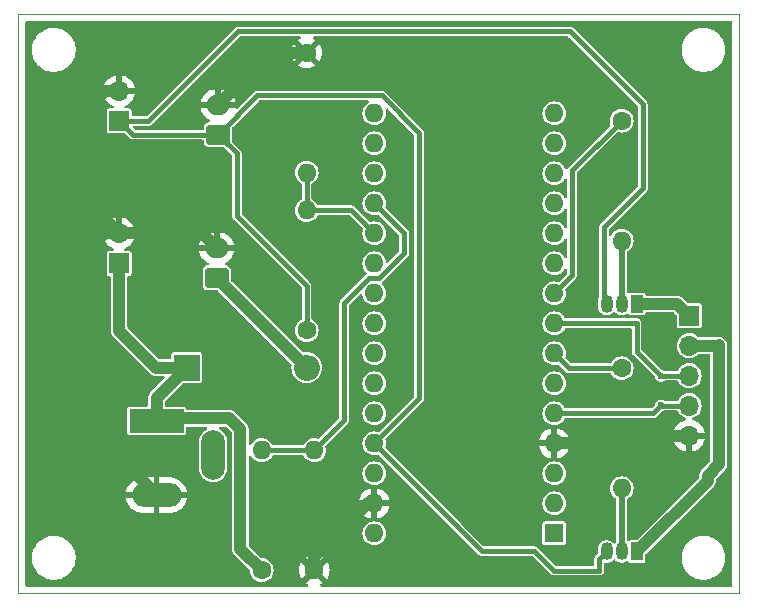
<source format=gbr>
%TF.GenerationSoftware,KiCad,Pcbnew,8.0.5*%
%TF.CreationDate,2025-02-06T11:15:49+08:00*%
%TF.ProjectId,arduino_solar_bikelight_1,61726475-696e-46f5-9f73-6f6c61725f62,rev?*%
%TF.SameCoordinates,Original*%
%TF.FileFunction,Copper,L2,Bot*%
%TF.FilePolarity,Positive*%
%FSLAX46Y46*%
G04 Gerber Fmt 4.6, Leading zero omitted, Abs format (unit mm)*
G04 Created by KiCad (PCBNEW 8.0.5) date 2025-02-06 11:15:49*
%MOMM*%
%LPD*%
G01*
G04 APERTURE LIST*
G04 Aperture macros list*
%AMRoundRect*
0 Rectangle with rounded corners*
0 $1 Rounding radius*
0 $2 $3 $4 $5 $6 $7 $8 $9 X,Y pos of 4 corners*
0 Add a 4 corners polygon primitive as box body*
4,1,4,$2,$3,$4,$5,$6,$7,$8,$9,$2,$3,0*
0 Add four circle primitives for the rounded corners*
1,1,$1+$1,$2,$3*
1,1,$1+$1,$4,$5*
1,1,$1+$1,$6,$7*
1,1,$1+$1,$8,$9*
0 Add four rect primitives between the rounded corners*
20,1,$1+$1,$2,$3,$4,$5,0*
20,1,$1+$1,$4,$5,$6,$7,0*
20,1,$1+$1,$6,$7,$8,$9,0*
20,1,$1+$1,$8,$9,$2,$3,0*%
G04 Aperture macros list end*
%TA.AperFunction,ComponentPad*%
%ADD10R,1.700000X1.700000*%
%TD*%
%TA.AperFunction,ComponentPad*%
%ADD11O,1.700000X1.700000*%
%TD*%
%TA.AperFunction,ComponentPad*%
%ADD12C,1.600000*%
%TD*%
%TA.AperFunction,ComponentPad*%
%ADD13O,1.600000X1.600000*%
%TD*%
%TA.AperFunction,ComponentPad*%
%ADD14R,1.600000X1.600000*%
%TD*%
%TA.AperFunction,ComponentPad*%
%ADD15R,4.600000X2.000000*%
%TD*%
%TA.AperFunction,ComponentPad*%
%ADD16O,4.200000X2.000000*%
%TD*%
%TA.AperFunction,ComponentPad*%
%ADD17O,2.000000X4.200000*%
%TD*%
%TA.AperFunction,ComponentPad*%
%ADD18R,1.050000X1.500000*%
%TD*%
%TA.AperFunction,ComponentPad*%
%ADD19O,1.050000X1.500000*%
%TD*%
%TA.AperFunction,ComponentPad*%
%ADD20RoundRect,0.250000X0.750000X-0.600000X0.750000X0.600000X-0.750000X0.600000X-0.750000X-0.600000X0*%
%TD*%
%TA.AperFunction,ComponentPad*%
%ADD21O,2.000000X1.700000*%
%TD*%
%TA.AperFunction,ComponentPad*%
%ADD22R,2.200000X2.200000*%
%TD*%
%TA.AperFunction,ComponentPad*%
%ADD23O,2.200000X2.200000*%
%TD*%
%TA.AperFunction,ViaPad*%
%ADD24C,0.600000*%
%TD*%
%TA.AperFunction,Conductor*%
%ADD25C,0.400000*%
%TD*%
%TA.AperFunction,Conductor*%
%ADD26C,1.000000*%
%TD*%
%TA.AperFunction,Conductor*%
%ADD27C,0.500000*%
%TD*%
%TA.AperFunction,Profile*%
%ADD28C,0.050000*%
%TD*%
G04 APERTURE END LIST*
D10*
%TO.P,J5,1,Pin_1*%
%TO.N,+VDC*%
X135285000Y-79460000D03*
D11*
%TO.P,J5,2,Pin_2*%
%TO.N,-BATT*%
X135285000Y-76920000D03*
%TD*%
D10*
%TO.P,J6,1,Pin_1*%
%TO.N,+BATT*%
X135285000Y-67395000D03*
D11*
%TO.P,J6,2,Pin_2*%
%TO.N,-BATT*%
X135285000Y-64855000D03*
%TD*%
D12*
%TO.P,R1,1*%
%TO.N,+VDC*%
X147350000Y-105440000D03*
D13*
%TO.P,R1,2*%
%TO.N,/CHARGING_PIN*%
X147350000Y-95280000D03*
%TD*%
D12*
%TO.P,R4,1*%
%TO.N,-BATT*%
X151160000Y-61625000D03*
D13*
%TO.P,R4,2*%
%TO.N,/BAT_PIN*%
X151160000Y-71785000D03*
%TD*%
D12*
%TO.P,R2,1*%
%TO.N,-BATT*%
X151795000Y-105440000D03*
D13*
%TO.P,R2,2*%
%TO.N,/CHARGING_PIN*%
X151795000Y-95280000D03*
%TD*%
D14*
%TO.P,A1,1,D1/TX*%
%TO.N,unconnected-(A1-D1{slash}TX-Pad1)*%
X172115000Y-102315000D03*
D13*
%TO.P,A1,2,D0/RX*%
%TO.N,unconnected-(A1-D0{slash}RX-Pad2)*%
X172115000Y-99775000D03*
%TO.P,A1,3,~{RESET}*%
%TO.N,unconnected-(A1-~{RESET}-Pad3)*%
X172115000Y-97235000D03*
%TO.P,A1,4,GND*%
%TO.N,-BATT*%
X172115000Y-94695000D03*
%TO.P,A1,5,D2*%
%TO.N,/BUTTON_PIN*%
X172115000Y-92155000D03*
%TO.P,A1,6,D3*%
%TO.N,unconnected-(A1-D3-Pad6)*%
X172115000Y-89615000D03*
%TO.P,A1,7,D4*%
%TO.N,/LOW_LED_PIN*%
X172115000Y-87075000D03*
%TO.P,A1,8,D5*%
%TO.N,/CHARGING_LED_PIN*%
X172115000Y-84535000D03*
%TO.P,A1,9,D6*%
%TO.N,/HIGH_LED_PIN*%
X172115000Y-81995000D03*
%TO.P,A1,10,D7*%
%TO.N,unconnected-(A1-D7-Pad10)*%
X172115000Y-79455000D03*
%TO.P,A1,11,D8*%
%TO.N,unconnected-(A1-D8-Pad11)*%
X172115000Y-76915000D03*
%TO.P,A1,12,D9*%
%TO.N,unconnected-(A1-D9-Pad12)*%
X172115000Y-74375000D03*
%TO.P,A1,13,D10*%
%TO.N,unconnected-(A1-D10-Pad13)*%
X172115000Y-71835000D03*
%TO.P,A1,14,D11*%
%TO.N,unconnected-(A1-D11-Pad14)*%
X172115000Y-69295000D03*
%TO.P,A1,15,D12*%
%TO.N,unconnected-(A1-D12-Pad15)*%
X172115000Y-66755000D03*
%TO.P,A1,16,D13*%
%TO.N,unconnected-(A1-D13-Pad16)*%
X156875000Y-66755000D03*
%TO.P,A1,17,3V3*%
%TO.N,unconnected-(A1-3V3-Pad17)*%
X156875000Y-69295000D03*
%TO.P,A1,18,AREF*%
%TO.N,unconnected-(A1-AREF-Pad18)*%
X156875000Y-71835000D03*
%TO.P,A1,19,A0*%
%TO.N,/CHARGING_PIN*%
X156875000Y-74375000D03*
%TO.P,A1,20,A1*%
%TO.N,/BAT_PIN*%
X156875000Y-76915000D03*
%TO.P,A1,21,A2*%
%TO.N,unconnected-(A1-A2-Pad21)*%
X156875000Y-79455000D03*
%TO.P,A1,22,A3*%
%TO.N,unconnected-(A1-A3-Pad22)*%
X156875000Y-81995000D03*
%TO.P,A1,23,A4*%
%TO.N,unconnected-(A1-A4-Pad23)*%
X156875000Y-84535000D03*
%TO.P,A1,24,A5*%
%TO.N,unconnected-(A1-A5-Pad24)*%
X156875000Y-87075000D03*
%TO.P,A1,25,A6*%
%TO.N,unconnected-(A1-A6-Pad25)*%
X156875000Y-89615000D03*
%TO.P,A1,26,A7*%
%TO.N,unconnected-(A1-A7-Pad26)*%
X156875000Y-92155000D03*
%TO.P,A1,27,+5V*%
%TO.N,+BATT*%
X156875000Y-94695000D03*
%TO.P,A1,28,~{RESET}*%
%TO.N,unconnected-(A1-~{RESET}-Pad28)*%
X156875000Y-97235000D03*
%TO.P,A1,29,GND*%
%TO.N,-BATT*%
X156875000Y-99775000D03*
%TO.P,A1,30,VIN*%
%TO.N,unconnected-(A1-VIN-Pad30)*%
X156875000Y-102315000D03*
%TD*%
D12*
%TO.P,R6,1*%
%TO.N,/HIGH_LED_PIN*%
X177830000Y-67390000D03*
D13*
%TO.P,R6,2*%
%TO.N,Net-(Q2-B)*%
X177830000Y-77550000D03*
%TD*%
D15*
%TO.P,J1,1*%
%TO.N,+VDC*%
X138445000Y-92790000D03*
D16*
%TO.P,J1,2*%
%TO.N,-BATT*%
X138445000Y-99090000D03*
D17*
%TO.P,J1,3*%
%TO.N,N/C*%
X143245000Y-95690000D03*
%TD*%
D18*
%TO.P,Q2,1,E*%
%TO.N,/LOW_LED_OUT*%
X179100000Y-82905000D03*
D19*
%TO.P,Q2,2,B*%
%TO.N,Net-(Q2-B)*%
X177830000Y-82905000D03*
%TO.P,Q2,3,C*%
%TO.N,+BATT*%
X176560000Y-82905000D03*
%TD*%
D20*
%TO.P,J3,1,Pin_1*%
%TO.N,+BATT*%
X143650000Y-68570000D03*
D21*
%TO.P,J3,2,Pin_2*%
%TO.N,-BATT*%
X143650000Y-66070000D03*
%TD*%
D20*
%TO.P,J2,1,Pin_1*%
%TO.N,/SOLAR_IN*%
X143540000Y-80685000D03*
D21*
%TO.P,J2,2,Pin_2*%
%TO.N,-BATT*%
X143540000Y-78185000D03*
%TD*%
D12*
%TO.P,R3,1*%
%TO.N,+BATT*%
X151160000Y-85120000D03*
D13*
%TO.P,R3,2*%
%TO.N,/BAT_PIN*%
X151160000Y-74960000D03*
%TD*%
D22*
%TO.P,D1,1,K*%
%TO.N,+VDC*%
X141000000Y-88295000D03*
D23*
%TO.P,D1,2,A*%
%TO.N,/SOLAR_IN*%
X151160000Y-88295000D03*
%TD*%
D12*
%TO.P,R5,1*%
%TO.N,/LOW_LED_PIN*%
X177830000Y-88345000D03*
D13*
%TO.P,R5,2*%
%TO.N,Net-(Q1-B)*%
X177830000Y-98505000D03*
%TD*%
D18*
%TO.P,Q1,1,E*%
%TO.N,/HIGH_LED_OUT+*%
X179100000Y-103860000D03*
D19*
%TO.P,Q1,2,B*%
%TO.N,Net-(Q1-B)*%
X177830000Y-103860000D03*
%TO.P,Q1,3,C*%
%TO.N,+BATT*%
X176560000Y-103860000D03*
%TD*%
D10*
%TO.P,J4,1,Pin_1*%
%TO.N,/LOW_LED_OUT*%
X183545000Y-83900000D03*
D11*
%TO.P,J4,2,Pin_2*%
%TO.N,/HIGH_LED_OUT+*%
X183545000Y-86440000D03*
%TO.P,J4,3,Pin_3*%
%TO.N,/CHARGING_LED_PIN*%
X183545000Y-88980000D03*
%TO.P,J4,4,Pin_4*%
%TO.N,/BUTTON_PIN*%
X183545000Y-91520000D03*
%TO.P,J4,5,Pin_5*%
%TO.N,-BATT*%
X183545000Y-94060000D03*
%TD*%
D24*
%TO.N,-BATT*%
X181345000Y-94095000D03*
%TO.N,/CHARGING_LED_PIN*%
X181145000Y-88995000D03*
%TO.N,/BUTTON_PIN*%
X181145000Y-91495000D03*
%TO.N,/HIGH_LED_OUT+*%
X185945000Y-86440000D03*
%TO.N,/LOW_LED_OUT*%
X180845000Y-82905000D03*
%TD*%
D25*
%TO.N,+BATT*%
X156875000Y-94695000D02*
X165995000Y-103815000D01*
X172115000Y-105490000D02*
X175925000Y-105490000D01*
X145305000Y-59825000D02*
X173440000Y-59825000D01*
X135285000Y-67395000D02*
X136460000Y-68570000D01*
X160685000Y-90885000D02*
X156875000Y-94695000D01*
X143650000Y-68570000D02*
X146965000Y-65255000D01*
X175925000Y-105490000D02*
X175925000Y-104495000D01*
X145240000Y-70160000D02*
X145240000Y-75440000D01*
X146965000Y-65255000D02*
X157496321Y-65255000D01*
X135285000Y-67395000D02*
X137735000Y-67395000D01*
X179630000Y-73105000D02*
X176330000Y-76405000D01*
X137735000Y-67395000D02*
X145305000Y-59825000D01*
X173440000Y-59825000D02*
X179630000Y-66015000D01*
X179630000Y-66015000D02*
X179630000Y-73105000D01*
X176330000Y-82675000D02*
X176560000Y-82905000D01*
X165995000Y-103815000D02*
X170440000Y-103815000D01*
X176330000Y-76405000D02*
X176330000Y-82675000D01*
X145240000Y-75440000D02*
X151160000Y-81360000D01*
X136460000Y-68570000D02*
X143650000Y-68570000D01*
X143650000Y-68570000D02*
X145240000Y-70160000D01*
X151160000Y-81360000D02*
X151160000Y-85120000D01*
X175925000Y-104495000D02*
X176560000Y-103860000D01*
X160685000Y-68443679D02*
X160685000Y-90885000D01*
X170440000Y-103815000D02*
X172115000Y-105490000D01*
X157496321Y-65255000D02*
X160685000Y-68443679D01*
D26*
%TO.N,-BATT*%
X135285000Y-76920000D02*
X142275000Y-76920000D01*
X134082919Y-76920000D02*
X135285000Y-76920000D01*
X135285000Y-64855000D02*
X134082919Y-64855000D01*
X156328630Y-99775000D02*
X156875000Y-99775000D01*
X180745000Y-94695000D02*
X181345000Y-94095000D01*
X148095000Y-61625000D02*
X143650000Y-66070000D01*
X138445000Y-99090000D02*
X133145000Y-93790000D01*
X133145000Y-93790000D02*
X133145000Y-77857919D01*
X142275000Y-76920000D02*
X143540000Y-78185000D01*
X151795000Y-104308630D02*
X156328630Y-99775000D01*
X172115000Y-94695000D02*
X180745000Y-94695000D01*
X151795000Y-105440000D02*
X151795000Y-104308630D01*
X181380000Y-94060000D02*
X181345000Y-94095000D01*
X172115000Y-94695000D02*
X172750000Y-94695000D01*
X133145000Y-77857919D02*
X134082919Y-76920000D01*
X133145000Y-74780000D02*
X135285000Y-76920000D01*
X151160000Y-61625000D02*
X148095000Y-61625000D01*
X133145000Y-65792919D02*
X133145000Y-74780000D01*
X183545000Y-94060000D02*
X181380000Y-94060000D01*
X134082919Y-64855000D02*
X133145000Y-65792919D01*
D25*
%TO.N,/CHARGING_PIN*%
X154335000Y-82837943D02*
X156447943Y-80725000D01*
X159415000Y-76915000D02*
X156875000Y-74375000D01*
X159415000Y-78612057D02*
X159415000Y-76915000D01*
X156447943Y-80725000D02*
X157302057Y-80725000D01*
X147350000Y-95280000D02*
X151795000Y-95280000D01*
X154335000Y-92740000D02*
X154335000Y-82837943D01*
X157302057Y-80725000D02*
X159415000Y-78612057D01*
X151795000Y-95280000D02*
X154335000Y-92740000D01*
%TO.N,/CHARGING_LED_PIN*%
X179100000Y-84535000D02*
X179100000Y-86950000D01*
X179100000Y-86950000D02*
X181145000Y-88995000D01*
X172115000Y-84535000D02*
X179100000Y-84535000D01*
X181160000Y-88980000D02*
X181145000Y-88995000D01*
X183545000Y-88980000D02*
X181160000Y-88980000D01*
%TO.N,/BAT_PIN*%
X151160000Y-74960000D02*
X151160000Y-71785000D01*
X154920000Y-74960000D02*
X156875000Y-76915000D01*
X151160000Y-74960000D02*
X154920000Y-74960000D01*
%TO.N,/HIGH_LED_PIN*%
X173615000Y-71605000D02*
X173615000Y-80495000D01*
X173615000Y-80495000D02*
X172115000Y-81995000D01*
X177830000Y-67390000D02*
X173615000Y-71605000D01*
%TO.N,/BUTTON_PIN*%
X172115000Y-92155000D02*
X180485000Y-92155000D01*
X183545000Y-91520000D02*
X181170000Y-91520000D01*
X180485000Y-92155000D02*
X181145000Y-91495000D01*
X181170000Y-91520000D02*
X181145000Y-91495000D01*
%TO.N,/LOW_LED_PIN*%
X177830000Y-88345000D02*
X173385000Y-88345000D01*
X173385000Y-88345000D02*
X172115000Y-87075000D01*
D26*
%TO.N,+VDC*%
X145550000Y-93530000D02*
X144610000Y-92590000D01*
X144610000Y-92590000D02*
X138645000Y-92590000D01*
X145550000Y-103640000D02*
X145550000Y-93530000D01*
X138445000Y-90850000D02*
X141000000Y-88295000D01*
X147350000Y-105440000D02*
X145550000Y-103640000D01*
X141000000Y-88295000D02*
X138410000Y-88295000D01*
X135285000Y-85170000D02*
X135285000Y-79460000D01*
X138410000Y-88295000D02*
X135285000Y-85170000D01*
X138645000Y-92590000D02*
X138445000Y-92790000D01*
X138445000Y-92790000D02*
X138445000Y-90850000D01*
%TO.N,/SOLAR_IN*%
X143540000Y-80685000D02*
X143550000Y-80685000D01*
X143550000Y-80685000D02*
X151160000Y-88295000D01*
%TO.N,/HIGH_LED_OUT+*%
X186045000Y-86395000D02*
X186045000Y-96495000D01*
X186045000Y-96495000D02*
X185095000Y-97445000D01*
X183545000Y-86440000D02*
X186000000Y-86440000D01*
X186000000Y-86440000D02*
X186045000Y-86395000D01*
X185095000Y-97865000D02*
X179100000Y-103860000D01*
X185095000Y-97445000D02*
X185095000Y-97865000D01*
%TO.N,/LOW_LED_OUT*%
X182550000Y-82905000D02*
X183545000Y-83900000D01*
X179100000Y-82905000D02*
X182550000Y-82905000D01*
D27*
%TO.N,Net-(Q1-B)*%
X177830000Y-98505000D02*
X177830000Y-103860000D01*
%TO.N,Net-(Q2-B)*%
X177830000Y-77550000D02*
X177830000Y-82905000D01*
%TD*%
%TA.AperFunction,Conductor*%
%TO.N,-BATT*%
G36*
X187137539Y-58965185D02*
G01*
X187183294Y-59017989D01*
X187194500Y-59069500D01*
X187194500Y-106720500D01*
X187174815Y-106787539D01*
X187122011Y-106833294D01*
X187070500Y-106844500D01*
X152418431Y-106844500D01*
X152351392Y-106824815D01*
X152305637Y-106772011D01*
X152295693Y-106702853D01*
X152324718Y-106639297D01*
X152366027Y-106608118D01*
X152447478Y-106570136D01*
X152520471Y-106519024D01*
X151841447Y-105840000D01*
X151847661Y-105840000D01*
X151949394Y-105812741D01*
X152040606Y-105760080D01*
X152115080Y-105685606D01*
X152167741Y-105594394D01*
X152195000Y-105492661D01*
X152195000Y-105486447D01*
X152874024Y-106165471D01*
X152925136Y-106092478D01*
X153021264Y-105886331D01*
X153021269Y-105886317D01*
X153080139Y-105666610D01*
X153080141Y-105666599D01*
X153099966Y-105440002D01*
X153099966Y-105439997D01*
X153080141Y-105213400D01*
X153080139Y-105213389D01*
X153021269Y-104993682D01*
X153021264Y-104993668D01*
X152925136Y-104787521D01*
X152925132Y-104787513D01*
X152874025Y-104714526D01*
X152195000Y-105393551D01*
X152195000Y-105387339D01*
X152167741Y-105285606D01*
X152115080Y-105194394D01*
X152040606Y-105119920D01*
X151949394Y-105067259D01*
X151847661Y-105040000D01*
X151841448Y-105040000D01*
X152520472Y-104360974D01*
X152447478Y-104309863D01*
X152241331Y-104213735D01*
X152241317Y-104213730D01*
X152021610Y-104154860D01*
X152021599Y-104154858D01*
X151795002Y-104135034D01*
X151794998Y-104135034D01*
X151568400Y-104154858D01*
X151568389Y-104154860D01*
X151348682Y-104213730D01*
X151348673Y-104213734D01*
X151142516Y-104309866D01*
X151142512Y-104309868D01*
X151069526Y-104360973D01*
X151069526Y-104360974D01*
X151748553Y-105040000D01*
X151742339Y-105040000D01*
X151640606Y-105067259D01*
X151549394Y-105119920D01*
X151474920Y-105194394D01*
X151422259Y-105285606D01*
X151395000Y-105387339D01*
X151395000Y-105393552D01*
X150715974Y-104714526D01*
X150715973Y-104714526D01*
X150664868Y-104787512D01*
X150664866Y-104787516D01*
X150568734Y-104993673D01*
X150568730Y-104993682D01*
X150509860Y-105213389D01*
X150509858Y-105213400D01*
X150490034Y-105439997D01*
X150490034Y-105440002D01*
X150509858Y-105666599D01*
X150509860Y-105666610D01*
X150568730Y-105886317D01*
X150568735Y-105886331D01*
X150664863Y-106092478D01*
X150715974Y-106165472D01*
X151395000Y-105486446D01*
X151395000Y-105492661D01*
X151422259Y-105594394D01*
X151474920Y-105685606D01*
X151549394Y-105760080D01*
X151640606Y-105812741D01*
X151742339Y-105840000D01*
X151748553Y-105840000D01*
X151069526Y-106519025D01*
X151142513Y-106570132D01*
X151142521Y-106570136D01*
X151223973Y-106608118D01*
X151276413Y-106654290D01*
X151295565Y-106721483D01*
X151275349Y-106788365D01*
X151222184Y-106833699D01*
X151171569Y-106844500D01*
X127419500Y-106844500D01*
X127352461Y-106824815D01*
X127306706Y-106772011D01*
X127295500Y-106720500D01*
X127295500Y-104273711D01*
X127894500Y-104273711D01*
X127894500Y-104516288D01*
X127922518Y-104729116D01*
X127926162Y-104756789D01*
X127934394Y-104787512D01*
X127988947Y-104991104D01*
X128042305Y-105119920D01*
X128081776Y-105215212D01*
X128203064Y-105425289D01*
X128203066Y-105425292D01*
X128203067Y-105425293D01*
X128350733Y-105617736D01*
X128350739Y-105617743D01*
X128522256Y-105789260D01*
X128522263Y-105789266D01*
X128568477Y-105824727D01*
X128714711Y-105936936D01*
X128924788Y-106058224D01*
X129148900Y-106151054D01*
X129383211Y-106213838D01*
X129563586Y-106237584D01*
X129623711Y-106245500D01*
X129623712Y-106245500D01*
X129866289Y-106245500D01*
X129914388Y-106239167D01*
X130106789Y-106213838D01*
X130341100Y-106151054D01*
X130565212Y-106058224D01*
X130775289Y-105936936D01*
X130967738Y-105789265D01*
X131139265Y-105617738D01*
X131286936Y-105425289D01*
X131408224Y-105215212D01*
X131501054Y-104991100D01*
X131563838Y-104756789D01*
X131595500Y-104516288D01*
X131595500Y-104273712D01*
X131563838Y-104033211D01*
X131501054Y-103798900D01*
X131408224Y-103574788D01*
X131286936Y-103364711D01*
X131139265Y-103172262D01*
X131139260Y-103172256D01*
X130967743Y-103000739D01*
X130967736Y-103000733D01*
X130775293Y-102853067D01*
X130775292Y-102853066D01*
X130775289Y-102853064D01*
X130565212Y-102731776D01*
X130565205Y-102731773D01*
X130341104Y-102638947D01*
X130106785Y-102576161D01*
X129866289Y-102544500D01*
X129866288Y-102544500D01*
X129623712Y-102544500D01*
X129623711Y-102544500D01*
X129383214Y-102576161D01*
X129148895Y-102638947D01*
X128924794Y-102731773D01*
X128924785Y-102731777D01*
X128714706Y-102853067D01*
X128522263Y-103000733D01*
X128522256Y-103000739D01*
X128350739Y-103172256D01*
X128350733Y-103172263D01*
X128203067Y-103364706D01*
X128081777Y-103574785D01*
X128081773Y-103574794D01*
X127988947Y-103798895D01*
X127926161Y-104033214D01*
X127894500Y-104273711D01*
X127295500Y-104273711D01*
X127295500Y-98840000D01*
X135865898Y-98840000D01*
X136911988Y-98840000D01*
X136879075Y-98897007D01*
X136845000Y-99024174D01*
X136845000Y-99155826D01*
X136879075Y-99282993D01*
X136911988Y-99340000D01*
X135865898Y-99340000D01*
X135881934Y-99441247D01*
X135954897Y-99665802D01*
X136062085Y-99876171D01*
X136200866Y-100067186D01*
X136367813Y-100234133D01*
X136558828Y-100372914D01*
X136769197Y-100480102D01*
X136993752Y-100553065D01*
X136993751Y-100553065D01*
X137226948Y-100590000D01*
X138195000Y-100590000D01*
X138195000Y-99590000D01*
X138695000Y-99590000D01*
X138695000Y-100590000D01*
X139663052Y-100590000D01*
X139896247Y-100553065D01*
X140120802Y-100480102D01*
X140331171Y-100372914D01*
X140522186Y-100234133D01*
X140689133Y-100067186D01*
X140827914Y-99876171D01*
X140935102Y-99665802D01*
X141008065Y-99441247D01*
X141024102Y-99340000D01*
X139978012Y-99340000D01*
X140010925Y-99282993D01*
X140045000Y-99155826D01*
X140045000Y-99024174D01*
X140010925Y-98897007D01*
X139978012Y-98840000D01*
X141024102Y-98840000D01*
X141008065Y-98738752D01*
X140935102Y-98514197D01*
X140827914Y-98303828D01*
X140689133Y-98112813D01*
X140522186Y-97945866D01*
X140331171Y-97807085D01*
X140120802Y-97699897D01*
X139896247Y-97626934D01*
X139896248Y-97626934D01*
X139663052Y-97590000D01*
X138695000Y-97590000D01*
X138695000Y-98590000D01*
X138195000Y-98590000D01*
X138195000Y-97590000D01*
X137226948Y-97590000D01*
X136993752Y-97626934D01*
X136769197Y-97699897D01*
X136558828Y-97807085D01*
X136367813Y-97945866D01*
X136200866Y-98112813D01*
X136062085Y-98303828D01*
X135954897Y-98514197D01*
X135881934Y-98738752D01*
X135865898Y-98840000D01*
X127295500Y-98840000D01*
X127295500Y-76669999D01*
X133954364Y-76669999D01*
X133954364Y-76670000D01*
X134851988Y-76670000D01*
X134819075Y-76727007D01*
X134785000Y-76854174D01*
X134785000Y-76985826D01*
X134819075Y-77112993D01*
X134851988Y-77170000D01*
X133954364Y-77170000D01*
X134011567Y-77383486D01*
X134011570Y-77383492D01*
X134111399Y-77597578D01*
X134246894Y-77791082D01*
X134413917Y-77958105D01*
X134607421Y-78093600D01*
X134777948Y-78173118D01*
X134830387Y-78219290D01*
X134849539Y-78286484D01*
X134829323Y-78353365D01*
X134776158Y-78398700D01*
X134725543Y-78409500D01*
X134415247Y-78409500D01*
X134356770Y-78421131D01*
X134356769Y-78421132D01*
X134290447Y-78465447D01*
X134246132Y-78531769D01*
X134246131Y-78531770D01*
X134234500Y-78590247D01*
X134234500Y-80329752D01*
X134246131Y-80388229D01*
X134246132Y-80388230D01*
X134290447Y-80454552D01*
X134356769Y-80498867D01*
X134356770Y-80498868D01*
X134415247Y-80510499D01*
X134415250Y-80510500D01*
X134415252Y-80510500D01*
X134460500Y-80510500D01*
X134527539Y-80530185D01*
X134573294Y-80582989D01*
X134584500Y-80634500D01*
X134584500Y-85101006D01*
X134584500Y-85238994D01*
X134584500Y-85238996D01*
X134584499Y-85238996D01*
X134611418Y-85374322D01*
X134611421Y-85374332D01*
X134664222Y-85501807D01*
X134740887Y-85616545D01*
X134740888Y-85616546D01*
X137865886Y-88741542D01*
X137935391Y-88811047D01*
X137963459Y-88839115D01*
X138078182Y-88915771D01*
X138078195Y-88915778D01*
X138142160Y-88942273D01*
X138142161Y-88942273D01*
X138205671Y-88968580D01*
X138215329Y-88970501D01*
X138263084Y-88980000D01*
X138341004Y-88995500D01*
X138341007Y-88995500D01*
X139009481Y-88995500D01*
X139076520Y-89015185D01*
X139122275Y-89067989D01*
X139132219Y-89137147D01*
X139103194Y-89200703D01*
X139097162Y-89207181D01*
X137900890Y-90403451D01*
X137900884Y-90403458D01*
X137828501Y-90511789D01*
X137828500Y-90511792D01*
X137824225Y-90518189D01*
X137771420Y-90645671D01*
X137771418Y-90645677D01*
X137744500Y-90781004D01*
X137744500Y-91465500D01*
X137724815Y-91532539D01*
X137672011Y-91578294D01*
X137620500Y-91589500D01*
X136125247Y-91589500D01*
X136066770Y-91601131D01*
X136066769Y-91601132D01*
X136000447Y-91645447D01*
X135956132Y-91711769D01*
X135956131Y-91711770D01*
X135944500Y-91770247D01*
X135944500Y-93809752D01*
X135956131Y-93868229D01*
X135956132Y-93868230D01*
X136000447Y-93934552D01*
X136066769Y-93978867D01*
X136066770Y-93978868D01*
X136125247Y-93990499D01*
X136125250Y-93990500D01*
X136125252Y-93990500D01*
X140764750Y-93990500D01*
X140764751Y-93990499D01*
X140779568Y-93987552D01*
X140823229Y-93978868D01*
X140823229Y-93978867D01*
X140823231Y-93978867D01*
X140889552Y-93934552D01*
X140933867Y-93868231D01*
X140933867Y-93868229D01*
X140933868Y-93868229D01*
X140942552Y-93824568D01*
X140945500Y-93809748D01*
X140945500Y-93414500D01*
X140965185Y-93347461D01*
X141017989Y-93301706D01*
X141069500Y-93290500D01*
X142634586Y-93290500D01*
X142701625Y-93310185D01*
X142747380Y-93362989D01*
X142757324Y-93432147D01*
X142728299Y-93495703D01*
X142690881Y-93524985D01*
X142615800Y-93563240D01*
X142528579Y-93626610D01*
X142462927Y-93674310D01*
X142462925Y-93674312D01*
X142462924Y-93674312D01*
X142329312Y-93807924D01*
X142329312Y-93807925D01*
X142329310Y-93807927D01*
X142281610Y-93873579D01*
X142218240Y-93960800D01*
X142132454Y-94129163D01*
X142074059Y-94308881D01*
X142044500Y-94495513D01*
X142044500Y-96884486D01*
X142074059Y-97071118D01*
X142132454Y-97250836D01*
X142218240Y-97419199D01*
X142329310Y-97572073D01*
X142462927Y-97705690D01*
X142615801Y-97816760D01*
X142695347Y-97857290D01*
X142784163Y-97902545D01*
X142784165Y-97902545D01*
X142784168Y-97902547D01*
X142880497Y-97933846D01*
X142963881Y-97960940D01*
X143150514Y-97990500D01*
X143150519Y-97990500D01*
X143339486Y-97990500D01*
X143526118Y-97960940D01*
X143705832Y-97902547D01*
X143874199Y-97816760D01*
X144027073Y-97705690D01*
X144160690Y-97572073D01*
X144271760Y-97419199D01*
X144357547Y-97250832D01*
X144415940Y-97071118D01*
X144427448Y-96998458D01*
X144445500Y-96884486D01*
X144445500Y-94495513D01*
X144415940Y-94308881D01*
X144378937Y-94195000D01*
X144357547Y-94129168D01*
X144357545Y-94129165D01*
X144357545Y-94129163D01*
X144283640Y-93984117D01*
X144271760Y-93960801D01*
X144160690Y-93807927D01*
X144027073Y-93674310D01*
X143874199Y-93563240D01*
X143799118Y-93524984D01*
X143748323Y-93477010D01*
X143731528Y-93409190D01*
X143754065Y-93343055D01*
X143808780Y-93299603D01*
X143855414Y-93290500D01*
X144268481Y-93290500D01*
X144335520Y-93310185D01*
X144356162Y-93326819D01*
X144813181Y-93783838D01*
X144846666Y-93845161D01*
X144849500Y-93871519D01*
X144849500Y-103571006D01*
X144849500Y-103708994D01*
X144849500Y-103708996D01*
X144849499Y-103708996D01*
X144876418Y-103844322D01*
X144876421Y-103844332D01*
X144929222Y-103971807D01*
X145005887Y-104086545D01*
X145005888Y-104086546D01*
X146311681Y-105392337D01*
X146345166Y-105453660D01*
X146347403Y-105467864D01*
X146363975Y-105636129D01*
X146366541Y-105644587D01*
X146416864Y-105810481D01*
X146421188Y-105824733D01*
X146514086Y-105998532D01*
X146514090Y-105998539D01*
X146639116Y-106150883D01*
X146791460Y-106275909D01*
X146791467Y-106275913D01*
X146965266Y-106368811D01*
X146965269Y-106368811D01*
X146965273Y-106368814D01*
X147153868Y-106426024D01*
X147350000Y-106445341D01*
X147546132Y-106426024D01*
X147734727Y-106368814D01*
X147908538Y-106275910D01*
X148060883Y-106150883D01*
X148185910Y-105998538D01*
X148258248Y-105863204D01*
X148278811Y-105824733D01*
X148278813Y-105824728D01*
X148278814Y-105824727D01*
X148336024Y-105636132D01*
X148355341Y-105440000D01*
X148336024Y-105243868D01*
X148278814Y-105055273D01*
X148278811Y-105055269D01*
X148278811Y-105055266D01*
X148185913Y-104881467D01*
X148185909Y-104881460D01*
X148060883Y-104729116D01*
X147908539Y-104604090D01*
X147908532Y-104604086D01*
X147734733Y-104511188D01*
X147734727Y-104511186D01*
X147546132Y-104453976D01*
X147546129Y-104453975D01*
X147377864Y-104437403D01*
X147313077Y-104411242D01*
X147302337Y-104401681D01*
X146286819Y-103386162D01*
X146253334Y-103324839D01*
X146250500Y-103298481D01*
X146250500Y-102315000D01*
X155869659Y-102315000D01*
X155888975Y-102511129D01*
X155888976Y-102511132D01*
X155927748Y-102638947D01*
X155946188Y-102699733D01*
X156039086Y-102873532D01*
X156039090Y-102873539D01*
X156164116Y-103025883D01*
X156316460Y-103150909D01*
X156316467Y-103150913D01*
X156490266Y-103243811D01*
X156490269Y-103243811D01*
X156490273Y-103243814D01*
X156678868Y-103301024D01*
X156875000Y-103320341D01*
X157071132Y-103301024D01*
X157259727Y-103243814D01*
X157433538Y-103150910D01*
X157585883Y-103025883D01*
X157710910Y-102873538D01*
X157786683Y-102731777D01*
X157803811Y-102699733D01*
X157803811Y-102699732D01*
X157803814Y-102699727D01*
X157861024Y-102511132D01*
X157880341Y-102315000D01*
X157861024Y-102118868D01*
X157803814Y-101930273D01*
X157803811Y-101930269D01*
X157803811Y-101930266D01*
X157710913Y-101756467D01*
X157710909Y-101756460D01*
X157585883Y-101604116D01*
X157433539Y-101479090D01*
X157433532Y-101479086D01*
X157259733Y-101386188D01*
X157259727Y-101386186D01*
X157071132Y-101328976D01*
X157071129Y-101328975D01*
X156875000Y-101309659D01*
X156678870Y-101328975D01*
X156490266Y-101386188D01*
X156316467Y-101479086D01*
X156316460Y-101479090D01*
X156164116Y-101604116D01*
X156039090Y-101756460D01*
X156039086Y-101756467D01*
X155946188Y-101930266D01*
X155888975Y-102118870D01*
X155869659Y-102315000D01*
X146250500Y-102315000D01*
X146250500Y-99524999D01*
X155596127Y-99524999D01*
X155596128Y-99525000D01*
X156441988Y-99525000D01*
X156409075Y-99582007D01*
X156375000Y-99709174D01*
X156375000Y-99840826D01*
X156409075Y-99967993D01*
X156441988Y-100025000D01*
X155596128Y-100025000D01*
X155648730Y-100221317D01*
X155648734Y-100221326D01*
X155744865Y-100427482D01*
X155875342Y-100613820D01*
X156036179Y-100774657D01*
X156222517Y-100905134D01*
X156428673Y-101001265D01*
X156428682Y-101001269D01*
X156624999Y-101053872D01*
X156625000Y-101053871D01*
X156625000Y-100208012D01*
X156682007Y-100240925D01*
X156809174Y-100275000D01*
X156940826Y-100275000D01*
X157067993Y-100240925D01*
X157125000Y-100208012D01*
X157125000Y-101053872D01*
X157321317Y-101001269D01*
X157321326Y-101001265D01*
X157527482Y-100905134D01*
X157713820Y-100774657D01*
X157874657Y-100613820D01*
X158005134Y-100427482D01*
X158101265Y-100221326D01*
X158101269Y-100221317D01*
X158153872Y-100025000D01*
X157308012Y-100025000D01*
X157340925Y-99967993D01*
X157375000Y-99840826D01*
X157375000Y-99709174D01*
X157340925Y-99582007D01*
X157308012Y-99525000D01*
X158153872Y-99525000D01*
X158153872Y-99524999D01*
X158101269Y-99328682D01*
X158101265Y-99328673D01*
X158005134Y-99122517D01*
X157874657Y-98936179D01*
X157713820Y-98775342D01*
X157527482Y-98644865D01*
X157321328Y-98548734D01*
X157125000Y-98496127D01*
X157125000Y-99341988D01*
X157067993Y-99309075D01*
X156940826Y-99275000D01*
X156809174Y-99275000D01*
X156682007Y-99309075D01*
X156625000Y-99341988D01*
X156625000Y-98496127D01*
X156428671Y-98548734D01*
X156222517Y-98644865D01*
X156036179Y-98775342D01*
X155875342Y-98936179D01*
X155744865Y-99122517D01*
X155648734Y-99328673D01*
X155648730Y-99328682D01*
X155596127Y-99524999D01*
X146250500Y-99524999D01*
X146250500Y-97235000D01*
X155869659Y-97235000D01*
X155888975Y-97431129D01*
X155946188Y-97619733D01*
X156039086Y-97793532D01*
X156039090Y-97793539D01*
X156164116Y-97945883D01*
X156316460Y-98070909D01*
X156316467Y-98070913D01*
X156490266Y-98163811D01*
X156490269Y-98163811D01*
X156490273Y-98163814D01*
X156678868Y-98221024D01*
X156875000Y-98240341D01*
X157071132Y-98221024D01*
X157259727Y-98163814D01*
X157433538Y-98070910D01*
X157585883Y-97945883D01*
X157710910Y-97793538D01*
X157803814Y-97619727D01*
X157861024Y-97431132D01*
X157880341Y-97235000D01*
X157861024Y-97038868D01*
X157803814Y-96850273D01*
X157803811Y-96850269D01*
X157803811Y-96850266D01*
X157710913Y-96676467D01*
X157710909Y-96676460D01*
X157585883Y-96524116D01*
X157433539Y-96399090D01*
X157433532Y-96399086D01*
X157259733Y-96306188D01*
X157259727Y-96306186D01*
X157071132Y-96248976D01*
X157071129Y-96248975D01*
X156875000Y-96229659D01*
X156678870Y-96248975D01*
X156490266Y-96306188D01*
X156316467Y-96399086D01*
X156316460Y-96399090D01*
X156164116Y-96524116D01*
X156039090Y-96676460D01*
X156039086Y-96676467D01*
X155946188Y-96850266D01*
X155888975Y-97038870D01*
X155869659Y-97235000D01*
X146250500Y-97235000D01*
X146250500Y-95840432D01*
X146270185Y-95773393D01*
X146322989Y-95727638D01*
X146392147Y-95717694D01*
X146455703Y-95746719D01*
X146483858Y-95781979D01*
X146514086Y-95838532D01*
X146514090Y-95838539D01*
X146639116Y-95990883D01*
X146791460Y-96115909D01*
X146791467Y-96115913D01*
X146965266Y-96208811D01*
X146965269Y-96208811D01*
X146965273Y-96208814D01*
X147153868Y-96266024D01*
X147350000Y-96285341D01*
X147546132Y-96266024D01*
X147734727Y-96208814D01*
X147742157Y-96204843D01*
X147821632Y-96162362D01*
X147908538Y-96115910D01*
X148060883Y-95990883D01*
X148185910Y-95838538D01*
X148199051Y-95813951D01*
X148235348Y-95746047D01*
X148284310Y-95696203D01*
X148344706Y-95680500D01*
X150800294Y-95680500D01*
X150867333Y-95700185D01*
X150909652Y-95746047D01*
X150959086Y-95838532D01*
X150959090Y-95838539D01*
X151084116Y-95990883D01*
X151236460Y-96115909D01*
X151236467Y-96115913D01*
X151410266Y-96208811D01*
X151410269Y-96208811D01*
X151410273Y-96208814D01*
X151598868Y-96266024D01*
X151795000Y-96285341D01*
X151991132Y-96266024D01*
X152179727Y-96208814D01*
X152187157Y-96204843D01*
X152266632Y-96162362D01*
X152353538Y-96115910D01*
X152505883Y-95990883D01*
X152630910Y-95838538D01*
X152704778Y-95700341D01*
X152723811Y-95664733D01*
X152723811Y-95664732D01*
X152723814Y-95664727D01*
X152781024Y-95476132D01*
X152800341Y-95280000D01*
X152781024Y-95083868D01*
X152750580Y-94983509D01*
X152749956Y-94913642D01*
X152781557Y-94859834D01*
X154655480Y-92985913D01*
X154692489Y-92921811D01*
X154708207Y-92894587D01*
X154735500Y-92792727D01*
X154735500Y-92155000D01*
X155869659Y-92155000D01*
X155888975Y-92351129D01*
X155888976Y-92351132D01*
X155943652Y-92531375D01*
X155946188Y-92539733D01*
X156039086Y-92713532D01*
X156039090Y-92713539D01*
X156164116Y-92865883D01*
X156316460Y-92990909D01*
X156316467Y-92990913D01*
X156490266Y-93083811D01*
X156490269Y-93083811D01*
X156490273Y-93083814D01*
X156678868Y-93141024D01*
X156875000Y-93160341D01*
X157071132Y-93141024D01*
X157259727Y-93083814D01*
X157433538Y-92990910D01*
X157585883Y-92865883D01*
X157710910Y-92713538D01*
X157766025Y-92610425D01*
X157803811Y-92539733D01*
X157803811Y-92539732D01*
X157803814Y-92539727D01*
X157861024Y-92351132D01*
X157880341Y-92155000D01*
X157861024Y-91958868D01*
X157803814Y-91770273D01*
X157803811Y-91770269D01*
X157803811Y-91770266D01*
X157710913Y-91596467D01*
X157710907Y-91596458D01*
X157585883Y-91444116D01*
X157433539Y-91319090D01*
X157433532Y-91319086D01*
X157259733Y-91226188D01*
X157259727Y-91226186D01*
X157071132Y-91168976D01*
X157071129Y-91168975D01*
X156875000Y-91149659D01*
X156678870Y-91168975D01*
X156490266Y-91226188D01*
X156316467Y-91319086D01*
X156316460Y-91319090D01*
X156164116Y-91444116D01*
X156039093Y-91596458D01*
X156039086Y-91596467D01*
X155946188Y-91770266D01*
X155888975Y-91958870D01*
X155869659Y-92155000D01*
X154735500Y-92155000D01*
X154735500Y-89615000D01*
X155869659Y-89615000D01*
X155888975Y-89811129D01*
X155946188Y-89999733D01*
X156039086Y-90173532D01*
X156039090Y-90173539D01*
X156164116Y-90325883D01*
X156316460Y-90450909D01*
X156316467Y-90450913D01*
X156490266Y-90543811D01*
X156490269Y-90543811D01*
X156490273Y-90543814D01*
X156678868Y-90601024D01*
X156875000Y-90620341D01*
X157071132Y-90601024D01*
X157259727Y-90543814D01*
X157433538Y-90450910D01*
X157585883Y-90325883D01*
X157710910Y-90173538D01*
X157803814Y-89999727D01*
X157861024Y-89811132D01*
X157880341Y-89615000D01*
X157861024Y-89418868D01*
X157803814Y-89230273D01*
X157803811Y-89230269D01*
X157803811Y-89230266D01*
X157710913Y-89056467D01*
X157710909Y-89056460D01*
X157585883Y-88904116D01*
X157433539Y-88779090D01*
X157433532Y-88779086D01*
X157259733Y-88686188D01*
X157259727Y-88686186D01*
X157071132Y-88628976D01*
X157071129Y-88628975D01*
X156875000Y-88609659D01*
X156678870Y-88628975D01*
X156490266Y-88686188D01*
X156316467Y-88779086D01*
X156316460Y-88779090D01*
X156164116Y-88904116D01*
X156039090Y-89056460D01*
X156039086Y-89056467D01*
X155946188Y-89230266D01*
X155888975Y-89418870D01*
X155869659Y-89615000D01*
X154735500Y-89615000D01*
X154735500Y-87075000D01*
X155869659Y-87075000D01*
X155888975Y-87271129D01*
X155888976Y-87271131D01*
X155888976Y-87271132D01*
X155945012Y-87455858D01*
X155946188Y-87459733D01*
X156039086Y-87633532D01*
X156039090Y-87633539D01*
X156164116Y-87785883D01*
X156316460Y-87910909D01*
X156316467Y-87910913D01*
X156490266Y-88003811D01*
X156490269Y-88003811D01*
X156490273Y-88003814D01*
X156678868Y-88061024D01*
X156875000Y-88080341D01*
X157071132Y-88061024D01*
X157259727Y-88003814D01*
X157433538Y-87910910D01*
X157585883Y-87785883D01*
X157710910Y-87633538D01*
X157784649Y-87495582D01*
X157803811Y-87459733D01*
X157803811Y-87459732D01*
X157803814Y-87459727D01*
X157861024Y-87271132D01*
X157880341Y-87075000D01*
X157861024Y-86878868D01*
X157803814Y-86690273D01*
X157803811Y-86690269D01*
X157803811Y-86690266D01*
X157710913Y-86516467D01*
X157710909Y-86516460D01*
X157585883Y-86364116D01*
X157433539Y-86239090D01*
X157433532Y-86239086D01*
X157259733Y-86146188D01*
X157259727Y-86146186D01*
X157071132Y-86088976D01*
X157071129Y-86088975D01*
X156875000Y-86069659D01*
X156678870Y-86088975D01*
X156490266Y-86146188D01*
X156316467Y-86239086D01*
X156316460Y-86239090D01*
X156164116Y-86364116D01*
X156039090Y-86516460D01*
X156039086Y-86516467D01*
X155946188Y-86690266D01*
X155888975Y-86878870D01*
X155869659Y-87075000D01*
X154735500Y-87075000D01*
X154735500Y-84535000D01*
X155869659Y-84535000D01*
X155888975Y-84731129D01*
X155946188Y-84919733D01*
X156039086Y-85093532D01*
X156039090Y-85093539D01*
X156164116Y-85245883D01*
X156316460Y-85370909D01*
X156316467Y-85370913D01*
X156490266Y-85463811D01*
X156490269Y-85463811D01*
X156490273Y-85463814D01*
X156678868Y-85521024D01*
X156875000Y-85540341D01*
X157071132Y-85521024D01*
X157259727Y-85463814D01*
X157433538Y-85370910D01*
X157585883Y-85245883D01*
X157710910Y-85093538D01*
X157786990Y-84951203D01*
X157803811Y-84919733D01*
X157803811Y-84919732D01*
X157803814Y-84919727D01*
X157861024Y-84731132D01*
X157880341Y-84535000D01*
X157861024Y-84338868D01*
X157803814Y-84150273D01*
X157803811Y-84150269D01*
X157803811Y-84150266D01*
X157710913Y-83976467D01*
X157710909Y-83976460D01*
X157585883Y-83824116D01*
X157433539Y-83699090D01*
X157433532Y-83699086D01*
X157259733Y-83606188D01*
X157259727Y-83606186D01*
X157071132Y-83548976D01*
X157071129Y-83548975D01*
X156875000Y-83529659D01*
X156678870Y-83548975D01*
X156490266Y-83606188D01*
X156316467Y-83699086D01*
X156316460Y-83699090D01*
X156164116Y-83824116D01*
X156039090Y-83976460D01*
X156039086Y-83976467D01*
X155946188Y-84150266D01*
X155888975Y-84338870D01*
X155869659Y-84535000D01*
X154735500Y-84535000D01*
X154735500Y-83055196D01*
X154755185Y-82988157D01*
X154771814Y-82967519D01*
X155673037Y-82066296D01*
X155734358Y-82032813D01*
X155804049Y-82037797D01*
X155859983Y-82079669D01*
X155884119Y-82141823D01*
X155888975Y-82191129D01*
X155946188Y-82379733D01*
X156039086Y-82553532D01*
X156039090Y-82553539D01*
X156164116Y-82705883D01*
X156316460Y-82830909D01*
X156316467Y-82830913D01*
X156490266Y-82923811D01*
X156490269Y-82923811D01*
X156490273Y-82923814D01*
X156678868Y-82981024D01*
X156875000Y-83000341D01*
X157071132Y-82981024D01*
X157259727Y-82923814D01*
X157294088Y-82905448D01*
X157376997Y-82861132D01*
X157433538Y-82830910D01*
X157585883Y-82705883D01*
X157710910Y-82553538D01*
X157803814Y-82379727D01*
X157861024Y-82191132D01*
X157880341Y-81995000D01*
X157861024Y-81798868D01*
X157803814Y-81610273D01*
X157803811Y-81610269D01*
X157803811Y-81610266D01*
X157710913Y-81436467D01*
X157710909Y-81436460D01*
X157585883Y-81284117D01*
X157538025Y-81244841D01*
X157498690Y-81187095D01*
X157496819Y-81117251D01*
X157533006Y-81057482D01*
X157541928Y-81050958D01*
X157541521Y-81050428D01*
X157547962Y-81045484D01*
X157547970Y-81045480D01*
X159650703Y-78942744D01*
X159650708Y-78942741D01*
X159660911Y-78932537D01*
X159660913Y-78932537D01*
X159735480Y-78857970D01*
X159788207Y-78766644D01*
X159794243Y-78744117D01*
X159815501Y-78664784D01*
X159815501Y-78559330D01*
X159815501Y-78551735D01*
X159815500Y-78551717D01*
X159815500Y-76862275D01*
X159815500Y-76862273D01*
X159788207Y-76760413D01*
X159735480Y-76669087D01*
X159660913Y-76594520D01*
X157861559Y-74795166D01*
X157828074Y-74733843D01*
X157830579Y-74671490D01*
X157861024Y-74571132D01*
X157880341Y-74375000D01*
X157861024Y-74178868D01*
X157803814Y-73990273D01*
X157803811Y-73990269D01*
X157803811Y-73990266D01*
X157710913Y-73816467D01*
X157710909Y-73816460D01*
X157585883Y-73664116D01*
X157433539Y-73539090D01*
X157433532Y-73539086D01*
X157259733Y-73446188D01*
X157259727Y-73446186D01*
X157071132Y-73388976D01*
X157071129Y-73388975D01*
X156875000Y-73369659D01*
X156678870Y-73388975D01*
X156490266Y-73446188D01*
X156316467Y-73539086D01*
X156316460Y-73539090D01*
X156164116Y-73664116D01*
X156039090Y-73816460D01*
X156039086Y-73816467D01*
X155946188Y-73990266D01*
X155888975Y-74178870D01*
X155869659Y-74375000D01*
X155888975Y-74571129D01*
X155946188Y-74759733D01*
X156039086Y-74933532D01*
X156039090Y-74933539D01*
X156164116Y-75085883D01*
X156316460Y-75210909D01*
X156316467Y-75210913D01*
X156490266Y-75303811D01*
X156490269Y-75303811D01*
X156490273Y-75303814D01*
X156678868Y-75361024D01*
X156875000Y-75380341D01*
X157071132Y-75361024D01*
X157171490Y-75330579D01*
X157241355Y-75329955D01*
X157295166Y-75361559D01*
X158978181Y-77044574D01*
X159011666Y-77105897D01*
X159014500Y-77132255D01*
X159014500Y-78394801D01*
X158994815Y-78461840D01*
X158978181Y-78482482D01*
X158076963Y-79383699D01*
X158015640Y-79417184D01*
X157945948Y-79412200D01*
X157890015Y-79370328D01*
X157865879Y-79308172D01*
X157861024Y-79258868D01*
X157803814Y-79070273D01*
X157803811Y-79070269D01*
X157803811Y-79070266D01*
X157710913Y-78896467D01*
X157710909Y-78896460D01*
X157585883Y-78744116D01*
X157433539Y-78619090D01*
X157433532Y-78619086D01*
X157259733Y-78526188D01*
X157259727Y-78526186D01*
X157071132Y-78468976D01*
X157071129Y-78468975D01*
X156875000Y-78449659D01*
X156678870Y-78468975D01*
X156490266Y-78526188D01*
X156316467Y-78619086D01*
X156316460Y-78619090D01*
X156164116Y-78744116D01*
X156039090Y-78896460D01*
X156039086Y-78896467D01*
X155946188Y-79070266D01*
X155888975Y-79258870D01*
X155869659Y-79455000D01*
X155888975Y-79651129D01*
X155888976Y-79651132D01*
X155922865Y-79762850D01*
X155946188Y-79839733D01*
X156039086Y-80013532D01*
X156039090Y-80013539D01*
X156164116Y-80165883D01*
X156211975Y-80205160D01*
X156251309Y-80262906D01*
X156253180Y-80332751D01*
X156216992Y-80392519D01*
X156208077Y-80399054D01*
X156208476Y-80399574D01*
X156202030Y-80404519D01*
X154014522Y-82592027D01*
X154014520Y-82592030D01*
X153961791Y-82683356D01*
X153949904Y-82727726D01*
X153949904Y-82727727D01*
X153934500Y-82785216D01*
X153934500Y-92522744D01*
X153914815Y-92589783D01*
X153898181Y-92610425D01*
X152215166Y-94293439D01*
X152153843Y-94326924D01*
X152091490Y-94324419D01*
X151991130Y-94293975D01*
X151795000Y-94274659D01*
X151598870Y-94293975D01*
X151410266Y-94351188D01*
X151236467Y-94444086D01*
X151236460Y-94444090D01*
X151084116Y-94569116D01*
X150959090Y-94721460D01*
X150959086Y-94721467D01*
X150909652Y-94813953D01*
X150860690Y-94863797D01*
X150800294Y-94879500D01*
X148344706Y-94879500D01*
X148277667Y-94859815D01*
X148235348Y-94813953D01*
X148185913Y-94721467D01*
X148185909Y-94721460D01*
X148060883Y-94569116D01*
X147908539Y-94444090D01*
X147908532Y-94444086D01*
X147734733Y-94351188D01*
X147734727Y-94351186D01*
X147595267Y-94308881D01*
X147546129Y-94293975D01*
X147350000Y-94274659D01*
X147153870Y-94293975D01*
X146965266Y-94351188D01*
X146791467Y-94444086D01*
X146791460Y-94444090D01*
X146639116Y-94569116D01*
X146514090Y-94721460D01*
X146514085Y-94721467D01*
X146483858Y-94778020D01*
X146434896Y-94827865D01*
X146366758Y-94843325D01*
X146301078Y-94819493D01*
X146258710Y-94763935D01*
X146250500Y-94719567D01*
X146250500Y-93461005D01*
X146242156Y-93419060D01*
X146232984Y-93372951D01*
X146223580Y-93325672D01*
X146170775Y-93198189D01*
X146094114Y-93083457D01*
X146094112Y-93083454D01*
X145056545Y-92045887D01*
X144941807Y-91969222D01*
X144814332Y-91916421D01*
X144814322Y-91916418D01*
X144678996Y-91889500D01*
X144678994Y-91889500D01*
X144678993Y-91889500D01*
X141069500Y-91889500D01*
X141002461Y-91869815D01*
X140956706Y-91817011D01*
X140947815Y-91776142D01*
X140946097Y-91776312D01*
X140945500Y-91770257D01*
X140945500Y-91770252D01*
X140941803Y-91751666D01*
X140933868Y-91711770D01*
X140933867Y-91711769D01*
X140889552Y-91645447D01*
X140823230Y-91601132D01*
X140823229Y-91601131D01*
X140764752Y-91589500D01*
X140764748Y-91589500D01*
X139269500Y-91589500D01*
X139202461Y-91569815D01*
X139156706Y-91517011D01*
X139145500Y-91465500D01*
X139145500Y-91191519D01*
X139165185Y-91124480D01*
X139181819Y-91103838D01*
X140653838Y-89631819D01*
X140715161Y-89598334D01*
X140741519Y-89595500D01*
X142119750Y-89595500D01*
X142119751Y-89595499D01*
X142134568Y-89592552D01*
X142178229Y-89583868D01*
X142178229Y-89583867D01*
X142178231Y-89583867D01*
X142244552Y-89539552D01*
X142288867Y-89473231D01*
X142288867Y-89473229D01*
X142288868Y-89473229D01*
X142300499Y-89414752D01*
X142300500Y-89414750D01*
X142300500Y-87175249D01*
X142300499Y-87175247D01*
X142288868Y-87116770D01*
X142288867Y-87116769D01*
X142244552Y-87050447D01*
X142178230Y-87006132D01*
X142178229Y-87006131D01*
X142119752Y-86994500D01*
X142119748Y-86994500D01*
X139880252Y-86994500D01*
X139880247Y-86994500D01*
X139821770Y-87006131D01*
X139821769Y-87006132D01*
X139755447Y-87050447D01*
X139711132Y-87116769D01*
X139711131Y-87116770D01*
X139699500Y-87175247D01*
X139699500Y-87470500D01*
X139679815Y-87537539D01*
X139627011Y-87583294D01*
X139575500Y-87594500D01*
X138751518Y-87594500D01*
X138684479Y-87574815D01*
X138663837Y-87558181D01*
X136021819Y-84916162D01*
X135988334Y-84854839D01*
X135985500Y-84828481D01*
X135985500Y-80634500D01*
X136005185Y-80567461D01*
X136057989Y-80521706D01*
X136109500Y-80510500D01*
X136154750Y-80510500D01*
X136154751Y-80510499D01*
X136169568Y-80507552D01*
X136213229Y-80498868D01*
X136213229Y-80498867D01*
X136213231Y-80498867D01*
X136279552Y-80454552D01*
X136323867Y-80388231D01*
X136323867Y-80388229D01*
X136323868Y-80388229D01*
X136335499Y-80329752D01*
X136335500Y-80329750D01*
X136335500Y-78590249D01*
X136335499Y-78590247D01*
X136323868Y-78531770D01*
X136323867Y-78531769D01*
X136279552Y-78465447D01*
X136213230Y-78421132D01*
X136213229Y-78421131D01*
X136154752Y-78409500D01*
X136154748Y-78409500D01*
X135844457Y-78409500D01*
X135777418Y-78389815D01*
X135731663Y-78337011D01*
X135721719Y-78267853D01*
X135750744Y-78204297D01*
X135792052Y-78173118D01*
X135962578Y-78093600D01*
X136156082Y-77958105D01*
X136179187Y-77935000D01*
X142062769Y-77935000D01*
X143106988Y-77935000D01*
X143074075Y-77992007D01*
X143040000Y-78119174D01*
X143040000Y-78250826D01*
X143074075Y-78377993D01*
X143106988Y-78435000D01*
X142062769Y-78435000D01*
X142073242Y-78501126D01*
X142073242Y-78501129D01*
X142138904Y-78703217D01*
X142235379Y-78892557D01*
X142360272Y-79064459D01*
X142360276Y-79064464D01*
X142510535Y-79214723D01*
X142510540Y-79214727D01*
X142682442Y-79339620D01*
X142800971Y-79400015D01*
X142851767Y-79447990D01*
X142868562Y-79515811D01*
X142846024Y-79581946D01*
X142791309Y-79625397D01*
X142744676Y-79634500D01*
X142735730Y-79634500D01*
X142705300Y-79637353D01*
X142705298Y-79637353D01*
X142577119Y-79682206D01*
X142577117Y-79682207D01*
X142467850Y-79762850D01*
X142387207Y-79872117D01*
X142387206Y-79872119D01*
X142342353Y-80000298D01*
X142342353Y-80000300D01*
X142339500Y-80030730D01*
X142339500Y-81339269D01*
X142342353Y-81369699D01*
X142342353Y-81369701D01*
X142384300Y-81489574D01*
X142387207Y-81497882D01*
X142467850Y-81607150D01*
X142577118Y-81687793D01*
X142607743Y-81698509D01*
X142705299Y-81732646D01*
X142735730Y-81735500D01*
X142735734Y-81735500D01*
X143558481Y-81735500D01*
X143625520Y-81755185D01*
X143646162Y-81771819D01*
X149838972Y-87964629D01*
X149872457Y-88025952D01*
X149874819Y-88063117D01*
X149854532Y-88294998D01*
X149854532Y-88295001D01*
X149874364Y-88521686D01*
X149874366Y-88521697D01*
X149933258Y-88741488D01*
X149933261Y-88741497D01*
X150029431Y-88947732D01*
X150029432Y-88947734D01*
X150159954Y-89134141D01*
X150320858Y-89295045D01*
X150320861Y-89295047D01*
X150507266Y-89425568D01*
X150713504Y-89521739D01*
X150933308Y-89580635D01*
X151095230Y-89594801D01*
X151159998Y-89600468D01*
X151160000Y-89600468D01*
X151160002Y-89600468D01*
X151216796Y-89595499D01*
X151386692Y-89580635D01*
X151606496Y-89521739D01*
X151812734Y-89425568D01*
X151999139Y-89295047D01*
X152160047Y-89134139D01*
X152290568Y-88947734D01*
X152386739Y-88741496D01*
X152445635Y-88521692D01*
X152465468Y-88295000D01*
X152445635Y-88068308D01*
X152386739Y-87848504D01*
X152290568Y-87642266D01*
X152160047Y-87455861D01*
X152160045Y-87455858D01*
X151999141Y-87294954D01*
X151812734Y-87164432D01*
X151812732Y-87164431D01*
X151606497Y-87068261D01*
X151606488Y-87068258D01*
X151386697Y-87009366D01*
X151386693Y-87009365D01*
X151386692Y-87009365D01*
X151386691Y-87009364D01*
X151386686Y-87009364D01*
X151160002Y-86989532D01*
X151159998Y-86989532D01*
X150928117Y-87009819D01*
X150859617Y-86996052D01*
X150829629Y-86973972D01*
X144776819Y-80921162D01*
X144743334Y-80859839D01*
X144740500Y-80833481D01*
X144740500Y-80030730D01*
X144737646Y-80000300D01*
X144737646Y-80000298D01*
X144692793Y-79872119D01*
X144692792Y-79872117D01*
X144612150Y-79762850D01*
X144502882Y-79682207D01*
X144502880Y-79682206D01*
X144374700Y-79637353D01*
X144344270Y-79634500D01*
X144344266Y-79634500D01*
X144335324Y-79634500D01*
X144268285Y-79614815D01*
X144222530Y-79562011D01*
X144212586Y-79492853D01*
X144241611Y-79429297D01*
X144279029Y-79400015D01*
X144397557Y-79339620D01*
X144569459Y-79214727D01*
X144569464Y-79214723D01*
X144719723Y-79064464D01*
X144719727Y-79064459D01*
X144844620Y-78892557D01*
X144941095Y-78703217D01*
X145006757Y-78501129D01*
X145006757Y-78501126D01*
X145017231Y-78435000D01*
X143973012Y-78435000D01*
X144005925Y-78377993D01*
X144040000Y-78250826D01*
X144040000Y-78119174D01*
X144005925Y-77992007D01*
X143973012Y-77935000D01*
X145017231Y-77935000D01*
X145006757Y-77868873D01*
X145006757Y-77868870D01*
X144941095Y-77666782D01*
X144844620Y-77477442D01*
X144719727Y-77305540D01*
X144719723Y-77305535D01*
X144569464Y-77155276D01*
X144569459Y-77155272D01*
X144397557Y-77030379D01*
X144208217Y-76933904D01*
X144006129Y-76868242D01*
X143796246Y-76835000D01*
X143790000Y-76835000D01*
X143790000Y-77751988D01*
X143732993Y-77719075D01*
X143605826Y-77685000D01*
X143474174Y-77685000D01*
X143347007Y-77719075D01*
X143290000Y-77751988D01*
X143290000Y-76835000D01*
X143283754Y-76835000D01*
X143073872Y-76868242D01*
X143073869Y-76868242D01*
X142871782Y-76933904D01*
X142682442Y-77030379D01*
X142510540Y-77155272D01*
X142510535Y-77155276D01*
X142360276Y-77305535D01*
X142360272Y-77305540D01*
X142235379Y-77477442D01*
X142138904Y-77666782D01*
X142073242Y-77868870D01*
X142073242Y-77868873D01*
X142062769Y-77935000D01*
X136179187Y-77935000D01*
X136323105Y-77791082D01*
X136458600Y-77597578D01*
X136558429Y-77383492D01*
X136558432Y-77383486D01*
X136615636Y-77170000D01*
X135718012Y-77170000D01*
X135750925Y-77112993D01*
X135785000Y-76985826D01*
X135785000Y-76854174D01*
X135750925Y-76727007D01*
X135718012Y-76670000D01*
X136615636Y-76670000D01*
X136615635Y-76669999D01*
X136558432Y-76456513D01*
X136558429Y-76456507D01*
X136458600Y-76242422D01*
X136458599Y-76242420D01*
X136323113Y-76048926D01*
X136323108Y-76048920D01*
X136156082Y-75881894D01*
X135962578Y-75746399D01*
X135748492Y-75646570D01*
X135748486Y-75646567D01*
X135535000Y-75589364D01*
X135535000Y-76486988D01*
X135477993Y-76454075D01*
X135350826Y-76420000D01*
X135219174Y-76420000D01*
X135092007Y-76454075D01*
X135035000Y-76486988D01*
X135035000Y-75589364D01*
X135034999Y-75589364D01*
X134821513Y-75646567D01*
X134821507Y-75646570D01*
X134607422Y-75746399D01*
X134607420Y-75746400D01*
X134413926Y-75881886D01*
X134413920Y-75881891D01*
X134246891Y-76048920D01*
X134246886Y-76048926D01*
X134111400Y-76242420D01*
X134111399Y-76242422D01*
X134011570Y-76456507D01*
X134011567Y-76456513D01*
X133954364Y-76669999D01*
X127295500Y-76669999D01*
X127295500Y-64604999D01*
X133954364Y-64604999D01*
X133954364Y-64605000D01*
X134851988Y-64605000D01*
X134819075Y-64662007D01*
X134785000Y-64789174D01*
X134785000Y-64920826D01*
X134819075Y-65047993D01*
X134851988Y-65105000D01*
X133954364Y-65105000D01*
X134011567Y-65318486D01*
X134011570Y-65318492D01*
X134111399Y-65532578D01*
X134246894Y-65726082D01*
X134413917Y-65893105D01*
X134607421Y-66028600D01*
X134777948Y-66108118D01*
X134830387Y-66154290D01*
X134849539Y-66221484D01*
X134829323Y-66288365D01*
X134776158Y-66333700D01*
X134725543Y-66344500D01*
X134415247Y-66344500D01*
X134356770Y-66356131D01*
X134356769Y-66356132D01*
X134290447Y-66400447D01*
X134246132Y-66466769D01*
X134246131Y-66466770D01*
X134234500Y-66525247D01*
X134234500Y-68264752D01*
X134246131Y-68323229D01*
X134246132Y-68323230D01*
X134290447Y-68389552D01*
X134356769Y-68433867D01*
X134356770Y-68433868D01*
X134415247Y-68445499D01*
X134415250Y-68445500D01*
X134415252Y-68445500D01*
X135717745Y-68445500D01*
X135784784Y-68465185D01*
X135805426Y-68481819D01*
X136214087Y-68890480D01*
X136305412Y-68943207D01*
X136407273Y-68970500D01*
X142325500Y-68970500D01*
X142392539Y-68990185D01*
X142438294Y-69042989D01*
X142449500Y-69094500D01*
X142449500Y-69224269D01*
X142452353Y-69254699D01*
X142452353Y-69254701D01*
X142497206Y-69382880D01*
X142497207Y-69382882D01*
X142577850Y-69492150D01*
X142687118Y-69572793D01*
X142729845Y-69587744D01*
X142815299Y-69617646D01*
X142845730Y-69620500D01*
X142845734Y-69620500D01*
X144082745Y-69620500D01*
X144149784Y-69640185D01*
X144170426Y-69656819D01*
X144803181Y-70289573D01*
X144836666Y-70350896D01*
X144839500Y-70377254D01*
X144839500Y-75492726D01*
X144866793Y-75594589D01*
X144893156Y-75640250D01*
X144919520Y-75685913D01*
X144919522Y-75685915D01*
X150723181Y-81489574D01*
X150756666Y-81550897D01*
X150759500Y-81577255D01*
X150759500Y-84125293D01*
X150739815Y-84192332D01*
X150693955Y-84234650D01*
X150601460Y-84284090D01*
X150449116Y-84409116D01*
X150324090Y-84561460D01*
X150324086Y-84561467D01*
X150231188Y-84735266D01*
X150173975Y-84923870D01*
X150154659Y-85120000D01*
X150173975Y-85316129D01*
X150173976Y-85316132D01*
X150230301Y-85501811D01*
X150231188Y-85504733D01*
X150324086Y-85678532D01*
X150324090Y-85678539D01*
X150449116Y-85830883D01*
X150601460Y-85955909D01*
X150601467Y-85955913D01*
X150775266Y-86048811D01*
X150775269Y-86048811D01*
X150775273Y-86048814D01*
X150963868Y-86106024D01*
X151160000Y-86125341D01*
X151356132Y-86106024D01*
X151544727Y-86048814D01*
X151568615Y-86036046D01*
X151718532Y-85955913D01*
X151718538Y-85955910D01*
X151870883Y-85830883D01*
X151995910Y-85678538D01*
X152042362Y-85591632D01*
X152088811Y-85504733D01*
X152088811Y-85504732D01*
X152088814Y-85504727D01*
X152146024Y-85316132D01*
X152165341Y-85120000D01*
X152146024Y-84923868D01*
X152088814Y-84735273D01*
X152088811Y-84735269D01*
X152088811Y-84735266D01*
X151995913Y-84561467D01*
X151995909Y-84561460D01*
X151870883Y-84409116D01*
X151718539Y-84284090D01*
X151626045Y-84234650D01*
X151576202Y-84185687D01*
X151560500Y-84125293D01*
X151560500Y-81307275D01*
X151560500Y-81307273D01*
X151533207Y-81205413D01*
X151533207Y-81205412D01*
X151480480Y-81114087D01*
X145676819Y-75310426D01*
X145643334Y-75249103D01*
X145640500Y-75222745D01*
X145640500Y-71785000D01*
X150154659Y-71785000D01*
X150173975Y-71981129D01*
X150231188Y-72169733D01*
X150324086Y-72343532D01*
X150324090Y-72343539D01*
X150449116Y-72495883D01*
X150601460Y-72620909D01*
X150601463Y-72620911D01*
X150633143Y-72637844D01*
X150693953Y-72670347D01*
X150743797Y-72719308D01*
X150759500Y-72779705D01*
X150759500Y-73965293D01*
X150739815Y-74032332D01*
X150693955Y-74074650D01*
X150601460Y-74124090D01*
X150449116Y-74249116D01*
X150324090Y-74401460D01*
X150324086Y-74401467D01*
X150231188Y-74575266D01*
X150173975Y-74763870D01*
X150154659Y-74960000D01*
X150173975Y-75156129D01*
X150231188Y-75344733D01*
X150324086Y-75518532D01*
X150324090Y-75518539D01*
X150449116Y-75670883D01*
X150601460Y-75795909D01*
X150601467Y-75795913D01*
X150775266Y-75888811D01*
X150775269Y-75888811D01*
X150775273Y-75888814D01*
X150963868Y-75946024D01*
X151160000Y-75965341D01*
X151356132Y-75946024D01*
X151544727Y-75888814D01*
X151557674Y-75881894D01*
X151718532Y-75795913D01*
X151718538Y-75795910D01*
X151870883Y-75670883D01*
X151995910Y-75518538D01*
X152009707Y-75492726D01*
X152045348Y-75426047D01*
X152094310Y-75376203D01*
X152154706Y-75360500D01*
X154702745Y-75360500D01*
X154769784Y-75380185D01*
X154790426Y-75396819D01*
X155339631Y-75946024D01*
X155888439Y-76494831D01*
X155921924Y-76556154D01*
X155919419Y-76618506D01*
X155888976Y-76718867D01*
X155869659Y-76915000D01*
X155888975Y-77111129D01*
X155946188Y-77299733D01*
X156039086Y-77473532D01*
X156039090Y-77473539D01*
X156164116Y-77625883D01*
X156316460Y-77750909D01*
X156316467Y-77750913D01*
X156490266Y-77843811D01*
X156490269Y-77843811D01*
X156490273Y-77843814D01*
X156678868Y-77901024D01*
X156875000Y-77920341D01*
X157071132Y-77901024D01*
X157259727Y-77843814D01*
X157433538Y-77750910D01*
X157585883Y-77625883D01*
X157710910Y-77473538D01*
X157803814Y-77299727D01*
X157861024Y-77111132D01*
X157880341Y-76915000D01*
X157861024Y-76718868D01*
X157803814Y-76530273D01*
X157803811Y-76530269D01*
X157803811Y-76530266D01*
X157710913Y-76356467D01*
X157710909Y-76356460D01*
X157585883Y-76204116D01*
X157433539Y-76079090D01*
X157433532Y-76079086D01*
X157259733Y-75986188D01*
X157259727Y-75986186D01*
X157071132Y-75928976D01*
X157071129Y-75928975D01*
X156875000Y-75909659D01*
X156678867Y-75928976D01*
X156578506Y-75959419D01*
X156508639Y-75960042D01*
X156454831Y-75928439D01*
X155835397Y-75309005D01*
X155165913Y-74639520D01*
X155120250Y-74613156D01*
X155074589Y-74586793D01*
X155016128Y-74571129D01*
X154972727Y-74559500D01*
X154972726Y-74559500D01*
X152154706Y-74559500D01*
X152087667Y-74539815D01*
X152045348Y-74493953D01*
X151995913Y-74401467D01*
X151995909Y-74401460D01*
X151870883Y-74249116D01*
X151718539Y-74124090D01*
X151626045Y-74074650D01*
X151576202Y-74025687D01*
X151560500Y-73965293D01*
X151560500Y-72779705D01*
X151580185Y-72712666D01*
X151626045Y-72670348D01*
X151718538Y-72620910D01*
X151870883Y-72495883D01*
X151995910Y-72343538D01*
X152062085Y-72219733D01*
X152088811Y-72169733D01*
X152088811Y-72169732D01*
X152088814Y-72169727D01*
X152146024Y-71981132D01*
X152160417Y-71835000D01*
X155869659Y-71835000D01*
X155888975Y-72031129D01*
X155888976Y-72031132D01*
X155931020Y-72169733D01*
X155946188Y-72219733D01*
X156039086Y-72393532D01*
X156039090Y-72393539D01*
X156164116Y-72545883D01*
X156316460Y-72670909D01*
X156316467Y-72670913D01*
X156490266Y-72763811D01*
X156490269Y-72763811D01*
X156490273Y-72763814D01*
X156678868Y-72821024D01*
X156875000Y-72840341D01*
X157071132Y-72821024D01*
X157259727Y-72763814D01*
X157433538Y-72670910D01*
X157585883Y-72545883D01*
X157710910Y-72393538D01*
X157803814Y-72219727D01*
X157861024Y-72031132D01*
X157880341Y-71835000D01*
X157861024Y-71638868D01*
X157803814Y-71450273D01*
X157803811Y-71450269D01*
X157803811Y-71450266D01*
X157710913Y-71276467D01*
X157710909Y-71276460D01*
X157585883Y-71124116D01*
X157433539Y-70999090D01*
X157433532Y-70999086D01*
X157259733Y-70906188D01*
X157259727Y-70906186D01*
X157071132Y-70848976D01*
X157071129Y-70848975D01*
X156875000Y-70829659D01*
X156678870Y-70848975D01*
X156490266Y-70906188D01*
X156316467Y-70999086D01*
X156316460Y-70999090D01*
X156164116Y-71124116D01*
X156039090Y-71276460D01*
X156039086Y-71276467D01*
X155946188Y-71450266D01*
X155888975Y-71638870D01*
X155869659Y-71835000D01*
X152160417Y-71835000D01*
X152165341Y-71785000D01*
X152146024Y-71588868D01*
X152088814Y-71400273D01*
X152088811Y-71400269D01*
X152088811Y-71400266D01*
X151995913Y-71226467D01*
X151995909Y-71226460D01*
X151870883Y-71074116D01*
X151718539Y-70949090D01*
X151718532Y-70949086D01*
X151544733Y-70856188D01*
X151544727Y-70856186D01*
X151356132Y-70798976D01*
X151356129Y-70798975D01*
X151160000Y-70779659D01*
X150963870Y-70798975D01*
X150775266Y-70856188D01*
X150601467Y-70949086D01*
X150601460Y-70949090D01*
X150449116Y-71074116D01*
X150324090Y-71226460D01*
X150324086Y-71226467D01*
X150231188Y-71400266D01*
X150173975Y-71588870D01*
X150154659Y-71785000D01*
X145640500Y-71785000D01*
X145640500Y-70222729D01*
X145640501Y-70222716D01*
X145640501Y-70107274D01*
X145613206Y-70005410D01*
X145613205Y-70005409D01*
X145587036Y-69960083D01*
X145560482Y-69914090D01*
X145560481Y-69914089D01*
X145560480Y-69914087D01*
X145485913Y-69839520D01*
X145485912Y-69839519D01*
X145481582Y-69835189D01*
X145481571Y-69835179D01*
X144941393Y-69295000D01*
X155869659Y-69295000D01*
X155888975Y-69491129D01*
X155946188Y-69679733D01*
X156039086Y-69853532D01*
X156039090Y-69853539D01*
X156164116Y-70005883D01*
X156316460Y-70130909D01*
X156316467Y-70130913D01*
X156490266Y-70223811D01*
X156490269Y-70223811D01*
X156490273Y-70223814D01*
X156678868Y-70281024D01*
X156875000Y-70300341D01*
X157071132Y-70281024D01*
X157259727Y-70223814D01*
X157261782Y-70222716D01*
X157433532Y-70130913D01*
X157433538Y-70130910D01*
X157585883Y-70005883D01*
X157710910Y-69853538D01*
X157803814Y-69679727D01*
X157861024Y-69491132D01*
X157880341Y-69295000D01*
X157861024Y-69098868D01*
X157803814Y-68910273D01*
X157803811Y-68910269D01*
X157803811Y-68910266D01*
X157710913Y-68736467D01*
X157710909Y-68736460D01*
X157585883Y-68584116D01*
X157433539Y-68459090D01*
X157433532Y-68459086D01*
X157259733Y-68366188D01*
X157259727Y-68366186D01*
X157103563Y-68318814D01*
X157071129Y-68308975D01*
X156875000Y-68289659D01*
X156678870Y-68308975D01*
X156490266Y-68366188D01*
X156316467Y-68459086D01*
X156316460Y-68459090D01*
X156164116Y-68584116D01*
X156039090Y-68736460D01*
X156039086Y-68736467D01*
X155946188Y-68910266D01*
X155888975Y-69098870D01*
X155869659Y-69295000D01*
X144941393Y-69295000D01*
X144886819Y-69240426D01*
X144853334Y-69179103D01*
X144850500Y-69152745D01*
X144850500Y-67987255D01*
X144870185Y-67920216D01*
X144886819Y-67899574D01*
X147094574Y-65691819D01*
X147155897Y-65658334D01*
X147182255Y-65655500D01*
X156314568Y-65655500D01*
X156381607Y-65675185D01*
X156427362Y-65727989D01*
X156437306Y-65797147D01*
X156408281Y-65860703D01*
X156373021Y-65888858D01*
X156316467Y-65919086D01*
X156316460Y-65919090D01*
X156164116Y-66044116D01*
X156039090Y-66196460D01*
X156039086Y-66196467D01*
X155946188Y-66370266D01*
X155888975Y-66558870D01*
X155869659Y-66755000D01*
X155888975Y-66951129D01*
X155946188Y-67139733D01*
X156039086Y-67313532D01*
X156039090Y-67313539D01*
X156164116Y-67465883D01*
X156316460Y-67590909D01*
X156316467Y-67590913D01*
X156490266Y-67683811D01*
X156490269Y-67683811D01*
X156490273Y-67683814D01*
X156678868Y-67741024D01*
X156875000Y-67760341D01*
X157071132Y-67741024D01*
X157259727Y-67683814D01*
X157433538Y-67590910D01*
X157585883Y-67465883D01*
X157710910Y-67313538D01*
X157803814Y-67139727D01*
X157861024Y-66951132D01*
X157880341Y-66755000D01*
X157861024Y-66558868D01*
X157859573Y-66554086D01*
X157854045Y-66535863D01*
X157842406Y-66497496D01*
X157841782Y-66427631D01*
X157879030Y-66368517D01*
X157942324Y-66338926D01*
X158011569Y-66348251D01*
X158048748Y-66373820D01*
X160248181Y-68573253D01*
X160281666Y-68634576D01*
X160284500Y-68660934D01*
X160284500Y-90667744D01*
X160264815Y-90734783D01*
X160248181Y-90755425D01*
X157295166Y-93708439D01*
X157233843Y-93741924D01*
X157171490Y-93739419D01*
X157071130Y-93708975D01*
X156875000Y-93689659D01*
X156678870Y-93708975D01*
X156490266Y-93766188D01*
X156316467Y-93859086D01*
X156316460Y-93859090D01*
X156164116Y-93984116D01*
X156039090Y-94136460D01*
X156039086Y-94136467D01*
X155946188Y-94310266D01*
X155888975Y-94498870D01*
X155869659Y-94695000D01*
X155888975Y-94891129D01*
X155946188Y-95079733D01*
X156039086Y-95253532D01*
X156039090Y-95253539D01*
X156164116Y-95405883D01*
X156316460Y-95530909D01*
X156316467Y-95530913D01*
X156490266Y-95623811D01*
X156490269Y-95623811D01*
X156490273Y-95623814D01*
X156678868Y-95681024D01*
X156875000Y-95700341D01*
X157071132Y-95681024D01*
X157171490Y-95650579D01*
X157241355Y-95649955D01*
X157295166Y-95681559D01*
X165670179Y-104056571D01*
X165670189Y-104056582D01*
X165674519Y-104060912D01*
X165674520Y-104060913D01*
X165749087Y-104135480D01*
X165833324Y-104184114D01*
X165840413Y-104188207D01*
X165942273Y-104215501D01*
X165942275Y-104215501D01*
X166055323Y-104215501D01*
X166055339Y-104215500D01*
X170222745Y-104215500D01*
X170289784Y-104235185D01*
X170310426Y-104251819D01*
X171790179Y-105731571D01*
X171790189Y-105731582D01*
X171794519Y-105735912D01*
X171794520Y-105735913D01*
X171869087Y-105810480D01*
X171869089Y-105810481D01*
X171893764Y-105824727D01*
X171893765Y-105824727D01*
X171910426Y-105834347D01*
X171960407Y-105863204D01*
X171960410Y-105863206D01*
X171960412Y-105863206D01*
X171960413Y-105863207D01*
X172062273Y-105890501D01*
X172062275Y-105890501D01*
X172175323Y-105890501D01*
X172175339Y-105890500D01*
X175977725Y-105890500D01*
X175977727Y-105890500D01*
X176079587Y-105863207D01*
X176170913Y-105810480D01*
X176245480Y-105735913D01*
X176298207Y-105644587D01*
X176325500Y-105542727D01*
X176325500Y-104929162D01*
X176345185Y-104862123D01*
X176397989Y-104816368D01*
X176467147Y-104806424D01*
X176473678Y-104807542D01*
X176484328Y-104809661D01*
X176488544Y-104810500D01*
X176488545Y-104810500D01*
X176631457Y-104810500D01*
X176746976Y-104787521D01*
X176771620Y-104782619D01*
X176903653Y-104727929D01*
X177022479Y-104648532D01*
X177041263Y-104629748D01*
X177107319Y-104563693D01*
X177168642Y-104530208D01*
X177238334Y-104535192D01*
X177282681Y-104563693D01*
X177367517Y-104648529D01*
X177367521Y-104648532D01*
X177486340Y-104727925D01*
X177486349Y-104727930D01*
X177489215Y-104729117D01*
X177618380Y-104782619D01*
X177618384Y-104782619D01*
X177618385Y-104782620D01*
X177758542Y-104810500D01*
X177758545Y-104810500D01*
X177901457Y-104810500D01*
X178016976Y-104787521D01*
X178041620Y-104782619D01*
X178173653Y-104727929D01*
X178193712Y-104714526D01*
X178235785Y-104686414D01*
X178302462Y-104665536D01*
X178369842Y-104684020D01*
X178407778Y-104720625D01*
X178430447Y-104754552D01*
X178496769Y-104798867D01*
X178496770Y-104798868D01*
X178555247Y-104810499D01*
X178555250Y-104810500D01*
X178555252Y-104810500D01*
X179644750Y-104810500D01*
X179644751Y-104810499D01*
X179659599Y-104807546D01*
X179703229Y-104798868D01*
X179703229Y-104798867D01*
X179703231Y-104798867D01*
X179769552Y-104754552D01*
X179813867Y-104688231D01*
X179813867Y-104688229D01*
X179813868Y-104688229D01*
X179825499Y-104629752D01*
X179825500Y-104629750D01*
X179825500Y-104273711D01*
X182894500Y-104273711D01*
X182894500Y-104516288D01*
X182922518Y-104729116D01*
X182926162Y-104756789D01*
X182934394Y-104787512D01*
X182988947Y-104991104D01*
X183042305Y-105119920D01*
X183081776Y-105215212D01*
X183203064Y-105425289D01*
X183203066Y-105425292D01*
X183203067Y-105425293D01*
X183350733Y-105617736D01*
X183350739Y-105617743D01*
X183522256Y-105789260D01*
X183522263Y-105789266D01*
X183568477Y-105824727D01*
X183714711Y-105936936D01*
X183924788Y-106058224D01*
X184148900Y-106151054D01*
X184383211Y-106213838D01*
X184563586Y-106237584D01*
X184623711Y-106245500D01*
X184623712Y-106245500D01*
X184866289Y-106245500D01*
X184914388Y-106239167D01*
X185106789Y-106213838D01*
X185341100Y-106151054D01*
X185565212Y-106058224D01*
X185775289Y-105936936D01*
X185967738Y-105789265D01*
X186139265Y-105617738D01*
X186286936Y-105425289D01*
X186408224Y-105215212D01*
X186501054Y-104991100D01*
X186563838Y-104756789D01*
X186595500Y-104516288D01*
X186595500Y-104273712D01*
X186563838Y-104033211D01*
X186501054Y-103798900D01*
X186408224Y-103574788D01*
X186286936Y-103364711D01*
X186139265Y-103172262D01*
X186139260Y-103172256D01*
X185967743Y-103000739D01*
X185967736Y-103000733D01*
X185775293Y-102853067D01*
X185775292Y-102853066D01*
X185775289Y-102853064D01*
X185565212Y-102731776D01*
X185565205Y-102731773D01*
X185341104Y-102638947D01*
X185106785Y-102576161D01*
X184866289Y-102544500D01*
X184866288Y-102544500D01*
X184623712Y-102544500D01*
X184623711Y-102544500D01*
X184383214Y-102576161D01*
X184148895Y-102638947D01*
X183924794Y-102731773D01*
X183924785Y-102731777D01*
X183714706Y-102853067D01*
X183522263Y-103000733D01*
X183522256Y-103000739D01*
X183350739Y-103172256D01*
X183350733Y-103172263D01*
X183203067Y-103364706D01*
X183081777Y-103574785D01*
X183081773Y-103574794D01*
X182988947Y-103798895D01*
X182926161Y-104033214D01*
X182894500Y-104273711D01*
X179825500Y-104273711D01*
X179825500Y-104176519D01*
X179845185Y-104109480D01*
X179861819Y-104088838D01*
X185639112Y-98311545D01*
X185639114Y-98311543D01*
X185686689Y-98240341D01*
X185715775Y-98196811D01*
X185768580Y-98069328D01*
X185771530Y-98054500D01*
X185771531Y-98054497D01*
X185784260Y-97990503D01*
X185784260Y-97990500D01*
X185795500Y-97933993D01*
X185795500Y-97786519D01*
X185815185Y-97719480D01*
X185831819Y-97698838D01*
X186589112Y-96941545D01*
X186589114Y-96941543D01*
X186665775Y-96826811D01*
X186718580Y-96699328D01*
X186745500Y-96563994D01*
X186745500Y-96426006D01*
X186745500Y-86326007D01*
X186745500Y-86326004D01*
X186718580Y-86190674D01*
X186718580Y-86190672D01*
X186708621Y-86166627D01*
X186665775Y-86063188D01*
X186665773Y-86063185D01*
X186665771Y-86063181D01*
X186589114Y-85948457D01*
X186589111Y-85948453D01*
X186491546Y-85850888D01*
X186491542Y-85850885D01*
X186376818Y-85774228D01*
X186376805Y-85774221D01*
X186249333Y-85721421D01*
X186249323Y-85721418D01*
X186113996Y-85694500D01*
X186113994Y-85694500D01*
X185976006Y-85694500D01*
X185976004Y-85694500D01*
X185840677Y-85721418D01*
X185840667Y-85721421D01*
X185819810Y-85730061D01*
X185772358Y-85739500D01*
X184387735Y-85739500D01*
X184320696Y-85719815D01*
X184295880Y-85697725D01*
X184295713Y-85697893D01*
X184292834Y-85695014D01*
X184291885Y-85694169D01*
X184291408Y-85693588D01*
X184131452Y-85562317D01*
X184131453Y-85562317D01*
X184131450Y-85562315D01*
X183948954Y-85464768D01*
X183750934Y-85404700D01*
X183750932Y-85404699D01*
X183750934Y-85404699D01*
X183545000Y-85384417D01*
X183339067Y-85404699D01*
X183141043Y-85464769D01*
X183066277Y-85504733D01*
X182958550Y-85562315D01*
X182958548Y-85562316D01*
X182958547Y-85562317D01*
X182798589Y-85693589D01*
X182667317Y-85853547D01*
X182569769Y-86036043D01*
X182509699Y-86234067D01*
X182489417Y-86440000D01*
X182509699Y-86645932D01*
X182539734Y-86744944D01*
X182569768Y-86843954D01*
X182667315Y-87026450D01*
X182667317Y-87026452D01*
X182798589Y-87186410D01*
X182895209Y-87265702D01*
X182958550Y-87317685D01*
X183141046Y-87415232D01*
X183339066Y-87475300D01*
X183339065Y-87475300D01*
X183357529Y-87477118D01*
X183545000Y-87495583D01*
X183750934Y-87475300D01*
X183948954Y-87415232D01*
X184131450Y-87317685D01*
X184291410Y-87186410D01*
X184291885Y-87185830D01*
X184292212Y-87185608D01*
X184295713Y-87182107D01*
X184296377Y-87182771D01*
X184349632Y-87146499D01*
X184387735Y-87140500D01*
X185220500Y-87140500D01*
X185287539Y-87160185D01*
X185333294Y-87212989D01*
X185344500Y-87264500D01*
X185344500Y-96153480D01*
X185324815Y-96220519D01*
X185308181Y-96241161D01*
X184550888Y-96998453D01*
X184550884Y-96998458D01*
X184529138Y-97031004D01*
X184523720Y-97039114D01*
X184502336Y-97071118D01*
X184474223Y-97113191D01*
X184421421Y-97240667D01*
X184421418Y-97240677D01*
X184394500Y-97376004D01*
X184394500Y-97523481D01*
X184374815Y-97590520D01*
X184358181Y-97611162D01*
X179096162Y-102873181D01*
X179034839Y-102906666D01*
X179008481Y-102909500D01*
X178555247Y-102909500D01*
X178496770Y-102921131D01*
X178496770Y-102921132D01*
X178473390Y-102936754D01*
X178406712Y-102957631D01*
X178339332Y-102939146D01*
X178292643Y-102887167D01*
X178280500Y-102833651D01*
X178280500Y-99472979D01*
X178300185Y-99405940D01*
X178346047Y-99363621D01*
X178388538Y-99340910D01*
X178540883Y-99215883D01*
X178665910Y-99063538D01*
X178758814Y-98889727D01*
X178816024Y-98701132D01*
X178835341Y-98505000D01*
X178816024Y-98308868D01*
X178758814Y-98120273D01*
X178758811Y-98120269D01*
X178758811Y-98120266D01*
X178665913Y-97946467D01*
X178665909Y-97946460D01*
X178540883Y-97794116D01*
X178388539Y-97669090D01*
X178388532Y-97669086D01*
X178214733Y-97576188D01*
X178214727Y-97576186D01*
X178026132Y-97518976D01*
X178026129Y-97518975D01*
X177830000Y-97499659D01*
X177633870Y-97518975D01*
X177445266Y-97576188D01*
X177271467Y-97669086D01*
X177271460Y-97669090D01*
X177119116Y-97794116D01*
X176994090Y-97946460D01*
X176994086Y-97946467D01*
X176901188Y-98120266D01*
X176843975Y-98308870D01*
X176824659Y-98505000D01*
X176843975Y-98701129D01*
X176843976Y-98701132D01*
X176886101Y-98840000D01*
X176901188Y-98889733D01*
X176994086Y-99063532D01*
X176994090Y-99063539D01*
X177119116Y-99215883D01*
X177271460Y-99340909D01*
X177271461Y-99340909D01*
X177271462Y-99340910D01*
X177313952Y-99363621D01*
X177363796Y-99412581D01*
X177379500Y-99472979D01*
X177379500Y-103008126D01*
X177359815Y-103075165D01*
X177343181Y-103095807D01*
X177282681Y-103156307D01*
X177221358Y-103189792D01*
X177151666Y-103184808D01*
X177107319Y-103156307D01*
X177022482Y-103071470D01*
X177022478Y-103071467D01*
X176903659Y-102992074D01*
X176903650Y-102992069D01*
X176771620Y-102937381D01*
X176771614Y-102937379D01*
X176631457Y-102909500D01*
X176631455Y-102909500D01*
X176488545Y-102909500D01*
X176488543Y-102909500D01*
X176348385Y-102937379D01*
X176348379Y-102937381D01*
X176216349Y-102992069D01*
X176216340Y-102992074D01*
X176097521Y-103071467D01*
X176097517Y-103071470D01*
X175996470Y-103172517D01*
X175996467Y-103172521D01*
X175917074Y-103291340D01*
X175917069Y-103291349D01*
X175862381Y-103423379D01*
X175862379Y-103423385D01*
X175834500Y-103563542D01*
X175834500Y-103967745D01*
X175814815Y-104034784D01*
X175798181Y-104055426D01*
X175604522Y-104249084D01*
X175604520Y-104249087D01*
X175551793Y-104340412D01*
X175531992Y-104414311D01*
X175531992Y-104414312D01*
X175524500Y-104442270D01*
X175524500Y-104965500D01*
X175504815Y-105032539D01*
X175452011Y-105078294D01*
X175400500Y-105089500D01*
X172332254Y-105089500D01*
X172265215Y-105069815D01*
X172244573Y-105053181D01*
X170685915Y-103494522D01*
X170685914Y-103494521D01*
X170685913Y-103494520D01*
X170640250Y-103468156D01*
X170594589Y-103441793D01*
X170525868Y-103423380D01*
X170492727Y-103414500D01*
X170492726Y-103414500D01*
X166212254Y-103414500D01*
X166145215Y-103394815D01*
X166124573Y-103378181D01*
X164241640Y-101495247D01*
X171114500Y-101495247D01*
X171114500Y-103134752D01*
X171126131Y-103193229D01*
X171126132Y-103193230D01*
X171170447Y-103259552D01*
X171236769Y-103303867D01*
X171236770Y-103303868D01*
X171295247Y-103315499D01*
X171295250Y-103315500D01*
X171295252Y-103315500D01*
X172934750Y-103315500D01*
X172934751Y-103315499D01*
X172949568Y-103312552D01*
X172993229Y-103303868D01*
X172993229Y-103303867D01*
X172993231Y-103303867D01*
X173059552Y-103259552D01*
X173103867Y-103193231D01*
X173103867Y-103193229D01*
X173103868Y-103193229D01*
X173115499Y-103134752D01*
X173115500Y-103134750D01*
X173115500Y-101495249D01*
X173115499Y-101495247D01*
X173103868Y-101436770D01*
X173103867Y-101436769D01*
X173059552Y-101370447D01*
X172993230Y-101326132D01*
X172993229Y-101326131D01*
X172934752Y-101314500D01*
X172934748Y-101314500D01*
X171295252Y-101314500D01*
X171295247Y-101314500D01*
X171236770Y-101326131D01*
X171236769Y-101326132D01*
X171170447Y-101370447D01*
X171126132Y-101436769D01*
X171126131Y-101436770D01*
X171114500Y-101495247D01*
X164241640Y-101495247D01*
X162521393Y-99775000D01*
X171109659Y-99775000D01*
X171128975Y-99971129D01*
X171186188Y-100159733D01*
X171279086Y-100333532D01*
X171279090Y-100333539D01*
X171404116Y-100485883D01*
X171556460Y-100610909D01*
X171556467Y-100610913D01*
X171730266Y-100703811D01*
X171730269Y-100703811D01*
X171730273Y-100703814D01*
X171918868Y-100761024D01*
X172115000Y-100780341D01*
X172311132Y-100761024D01*
X172499727Y-100703814D01*
X172673538Y-100610910D01*
X172825883Y-100485883D01*
X172950910Y-100333538D01*
X173010893Y-100221317D01*
X173043811Y-100159733D01*
X173043811Y-100159732D01*
X173043814Y-100159727D01*
X173101024Y-99971132D01*
X173120341Y-99775000D01*
X173101024Y-99578868D01*
X173043814Y-99390273D01*
X173043811Y-99390269D01*
X173043811Y-99390266D01*
X172950913Y-99216467D01*
X172950909Y-99216460D01*
X172825883Y-99064116D01*
X172673539Y-98939090D01*
X172673532Y-98939086D01*
X172499733Y-98846188D01*
X172499727Y-98846186D01*
X172311132Y-98788976D01*
X172311129Y-98788975D01*
X172115000Y-98769659D01*
X171918870Y-98788975D01*
X171730266Y-98846188D01*
X171556467Y-98939086D01*
X171556460Y-98939090D01*
X171404116Y-99064116D01*
X171279090Y-99216460D01*
X171279086Y-99216467D01*
X171186188Y-99390266D01*
X171128975Y-99578870D01*
X171109659Y-99775000D01*
X162521393Y-99775000D01*
X159981393Y-97235000D01*
X171109659Y-97235000D01*
X171128975Y-97431129D01*
X171186188Y-97619733D01*
X171279086Y-97793532D01*
X171279090Y-97793539D01*
X171404116Y-97945883D01*
X171556460Y-98070909D01*
X171556467Y-98070913D01*
X171730266Y-98163811D01*
X171730269Y-98163811D01*
X171730273Y-98163814D01*
X171918868Y-98221024D01*
X172115000Y-98240341D01*
X172311132Y-98221024D01*
X172499727Y-98163814D01*
X172673538Y-98070910D01*
X172825883Y-97945883D01*
X172950910Y-97793538D01*
X173043814Y-97619727D01*
X173101024Y-97431132D01*
X173120341Y-97235000D01*
X173101024Y-97038868D01*
X173043814Y-96850273D01*
X173043811Y-96850269D01*
X173043811Y-96850266D01*
X172950913Y-96676467D01*
X172950909Y-96676460D01*
X172825883Y-96524116D01*
X172673539Y-96399090D01*
X172673532Y-96399086D01*
X172499733Y-96306188D01*
X172499727Y-96306186D01*
X172311132Y-96248976D01*
X172311129Y-96248975D01*
X172115000Y-96229659D01*
X171918870Y-96248975D01*
X171730266Y-96306188D01*
X171556467Y-96399086D01*
X171556460Y-96399090D01*
X171404116Y-96524116D01*
X171279090Y-96676460D01*
X171279086Y-96676467D01*
X171186188Y-96850266D01*
X171128975Y-97038870D01*
X171109659Y-97235000D01*
X159981393Y-97235000D01*
X157861559Y-95115166D01*
X157828074Y-95053843D01*
X157830579Y-94991490D01*
X157861024Y-94891132D01*
X157880341Y-94695000D01*
X157861024Y-94498868D01*
X157844683Y-94444999D01*
X170836127Y-94444999D01*
X170836128Y-94445000D01*
X171681988Y-94445000D01*
X171649075Y-94502007D01*
X171615000Y-94629174D01*
X171615000Y-94760826D01*
X171649075Y-94887993D01*
X171681988Y-94945000D01*
X170836128Y-94945000D01*
X170888730Y-95141317D01*
X170888734Y-95141326D01*
X170984865Y-95347482D01*
X171115342Y-95533820D01*
X171276179Y-95694657D01*
X171462517Y-95825134D01*
X171668673Y-95921265D01*
X171668682Y-95921269D01*
X171864999Y-95973872D01*
X171865000Y-95973871D01*
X171865000Y-95128012D01*
X171922007Y-95160925D01*
X172049174Y-95195000D01*
X172180826Y-95195000D01*
X172307993Y-95160925D01*
X172365000Y-95128012D01*
X172365000Y-95973872D01*
X172561317Y-95921269D01*
X172561326Y-95921265D01*
X172767482Y-95825134D01*
X172953820Y-95694657D01*
X173114657Y-95533820D01*
X173245134Y-95347482D01*
X173341265Y-95141326D01*
X173341269Y-95141317D01*
X173393872Y-94945000D01*
X172548012Y-94945000D01*
X172580925Y-94887993D01*
X172615000Y-94760826D01*
X172615000Y-94629174D01*
X172580925Y-94502007D01*
X172548012Y-94445000D01*
X173393872Y-94445000D01*
X173393872Y-94444999D01*
X173341269Y-94248682D01*
X173341265Y-94248673D01*
X173245134Y-94042517D01*
X173114657Y-93856179D01*
X172953820Y-93695342D01*
X172767482Y-93564865D01*
X172561328Y-93468734D01*
X172365000Y-93416127D01*
X172365000Y-94261988D01*
X172307993Y-94229075D01*
X172180826Y-94195000D01*
X172049174Y-94195000D01*
X171922007Y-94229075D01*
X171865000Y-94261988D01*
X171865000Y-93416127D01*
X171668671Y-93468734D01*
X171462517Y-93564865D01*
X171276179Y-93695342D01*
X171115342Y-93856179D01*
X170984865Y-94042517D01*
X170888734Y-94248673D01*
X170888730Y-94248682D01*
X170836127Y-94444999D01*
X157844683Y-94444999D01*
X157830580Y-94398509D01*
X157829956Y-94328642D01*
X157861557Y-94274834D01*
X159981390Y-92155000D01*
X171109659Y-92155000D01*
X171128975Y-92351129D01*
X171128976Y-92351132D01*
X171183652Y-92531375D01*
X171186188Y-92539733D01*
X171279086Y-92713532D01*
X171279090Y-92713539D01*
X171404116Y-92865883D01*
X171556460Y-92990909D01*
X171556467Y-92990913D01*
X171730266Y-93083811D01*
X171730269Y-93083811D01*
X171730273Y-93083814D01*
X171918868Y-93141024D01*
X172115000Y-93160341D01*
X172311132Y-93141024D01*
X172499727Y-93083814D01*
X172673538Y-92990910D01*
X172825883Y-92865883D01*
X172950910Y-92713538D01*
X172965319Y-92686581D01*
X173000348Y-92621047D01*
X173049310Y-92571203D01*
X173109706Y-92555500D01*
X180537725Y-92555500D01*
X180537727Y-92555500D01*
X180639588Y-92528207D01*
X180730913Y-92475480D01*
X181185992Y-92020400D01*
X181238737Y-91989106D01*
X181355051Y-91954954D01*
X181378032Y-91940185D01*
X181445071Y-91920500D01*
X182493599Y-91920500D01*
X182560638Y-91940185D01*
X182602957Y-91986046D01*
X182667315Y-92106450D01*
X182667317Y-92106452D01*
X182798589Y-92266410D01*
X182895209Y-92345702D01*
X182958550Y-92397685D01*
X183141046Y-92495232D01*
X183207551Y-92515405D01*
X183265989Y-92553702D01*
X183294446Y-92617514D01*
X183283887Y-92686581D01*
X183237663Y-92738975D01*
X183203650Y-92753841D01*
X183081514Y-92786567D01*
X183081507Y-92786570D01*
X182867422Y-92886399D01*
X182867420Y-92886400D01*
X182673926Y-93021886D01*
X182673920Y-93021891D01*
X182506891Y-93188920D01*
X182506886Y-93188926D01*
X182371400Y-93382420D01*
X182371399Y-93382422D01*
X182271570Y-93596507D01*
X182271567Y-93596513D01*
X182214364Y-93809999D01*
X182214364Y-93810000D01*
X183111988Y-93810000D01*
X183079075Y-93867007D01*
X183045000Y-93994174D01*
X183045000Y-94125826D01*
X183079075Y-94252993D01*
X183111988Y-94310000D01*
X182214364Y-94310000D01*
X182271567Y-94523486D01*
X182271570Y-94523492D01*
X182371399Y-94737578D01*
X182506894Y-94931082D01*
X182673917Y-95098105D01*
X182867421Y-95233600D01*
X183081507Y-95333429D01*
X183081516Y-95333433D01*
X183295000Y-95390634D01*
X183295000Y-94493012D01*
X183352007Y-94525925D01*
X183479174Y-94560000D01*
X183610826Y-94560000D01*
X183737993Y-94525925D01*
X183795000Y-94493012D01*
X183795000Y-95390633D01*
X184008483Y-95333433D01*
X184008492Y-95333429D01*
X184222578Y-95233600D01*
X184416082Y-95098105D01*
X184583105Y-94931082D01*
X184718600Y-94737578D01*
X184818429Y-94523492D01*
X184818432Y-94523486D01*
X184875636Y-94310000D01*
X183978012Y-94310000D01*
X184010925Y-94252993D01*
X184045000Y-94125826D01*
X184045000Y-93994174D01*
X184010925Y-93867007D01*
X183978012Y-93810000D01*
X184875636Y-93810000D01*
X184875635Y-93809999D01*
X184818432Y-93596513D01*
X184818429Y-93596507D01*
X184718600Y-93382422D01*
X184718599Y-93382420D01*
X184583113Y-93188926D01*
X184583108Y-93188920D01*
X184416082Y-93021894D01*
X184222578Y-92886399D01*
X184008492Y-92786570D01*
X184008486Y-92786567D01*
X183886349Y-92753841D01*
X183826689Y-92717476D01*
X183796160Y-92654629D01*
X183804455Y-92585253D01*
X183848940Y-92531375D01*
X183882444Y-92515407D01*
X183948954Y-92495232D01*
X184131450Y-92397685D01*
X184291410Y-92266410D01*
X184422685Y-92106450D01*
X184520232Y-91923954D01*
X184580300Y-91725934D01*
X184600583Y-91520000D01*
X184580300Y-91314066D01*
X184520232Y-91116046D01*
X184422685Y-90933550D01*
X184339570Y-90832273D01*
X184291410Y-90773589D01*
X184173677Y-90676969D01*
X184131450Y-90642315D01*
X183948954Y-90544768D01*
X183750934Y-90484700D01*
X183750932Y-90484699D01*
X183750934Y-90484699D01*
X183545000Y-90464417D01*
X183339067Y-90484699D01*
X183141043Y-90544769D01*
X183035799Y-90601024D01*
X182958550Y-90642315D01*
X182958548Y-90642316D01*
X182958547Y-90642317D01*
X182798589Y-90773589D01*
X182667317Y-90933547D01*
X182667315Y-90933550D01*
X182634736Y-90994500D01*
X182602957Y-91053954D01*
X182553994Y-91103798D01*
X182493599Y-91119500D01*
X181522874Y-91119500D01*
X181455835Y-91099815D01*
X181455834Y-91099815D01*
X181355051Y-91035046D01*
X181355050Y-91035045D01*
X181216963Y-90994500D01*
X181216961Y-90994500D01*
X181073039Y-90994500D01*
X181073036Y-90994500D01*
X180934949Y-91035045D01*
X180813873Y-91112856D01*
X180719623Y-91221626D01*
X180719622Y-91221628D01*
X180659835Y-91352541D01*
X180659834Y-91352545D01*
X180655426Y-91383204D01*
X180626400Y-91446759D01*
X180620370Y-91453236D01*
X180355424Y-91718182D01*
X180294104Y-91751666D01*
X180267745Y-91754500D01*
X173109706Y-91754500D01*
X173042667Y-91734815D01*
X173000348Y-91688953D01*
X172950913Y-91596467D01*
X172950907Y-91596458D01*
X172825883Y-91444116D01*
X172673539Y-91319090D01*
X172673532Y-91319086D01*
X172499733Y-91226188D01*
X172499727Y-91226186D01*
X172311132Y-91168976D01*
X172311129Y-91168975D01*
X172115000Y-91149659D01*
X171918870Y-91168975D01*
X171730266Y-91226188D01*
X171556467Y-91319086D01*
X171556460Y-91319090D01*
X171404116Y-91444116D01*
X171279093Y-91596458D01*
X171279086Y-91596467D01*
X171186188Y-91770266D01*
X171128975Y-91958870D01*
X171109659Y-92155000D01*
X159981390Y-92155000D01*
X160920703Y-91215687D01*
X160920708Y-91215684D01*
X160930911Y-91205480D01*
X160930913Y-91205480D01*
X161005480Y-91130913D01*
X161058207Y-91039587D01*
X161085501Y-90937727D01*
X161085501Y-90832273D01*
X161085501Y-90824678D01*
X161085500Y-90824660D01*
X161085500Y-89615000D01*
X171109659Y-89615000D01*
X171128975Y-89811129D01*
X171186188Y-89999733D01*
X171279086Y-90173532D01*
X171279090Y-90173539D01*
X171404116Y-90325883D01*
X171556460Y-90450909D01*
X171556467Y-90450913D01*
X171730266Y-90543811D01*
X171730269Y-90543811D01*
X171730273Y-90543814D01*
X171918868Y-90601024D01*
X172115000Y-90620341D01*
X172311132Y-90601024D01*
X172499727Y-90543814D01*
X172673538Y-90450910D01*
X172825883Y-90325883D01*
X172950910Y-90173538D01*
X173043814Y-89999727D01*
X173101024Y-89811132D01*
X173120341Y-89615000D01*
X173101024Y-89418868D01*
X173043814Y-89230273D01*
X173043811Y-89230269D01*
X173043811Y-89230266D01*
X172950913Y-89056467D01*
X172950909Y-89056460D01*
X172825883Y-88904116D01*
X172673539Y-88779090D01*
X172673532Y-88779086D01*
X172499733Y-88686188D01*
X172499727Y-88686186D01*
X172311132Y-88628976D01*
X172311129Y-88628975D01*
X172115000Y-88609659D01*
X171918870Y-88628975D01*
X171730266Y-88686188D01*
X171556467Y-88779086D01*
X171556460Y-88779090D01*
X171404116Y-88904116D01*
X171279090Y-89056460D01*
X171279086Y-89056467D01*
X171186188Y-89230266D01*
X171128975Y-89418870D01*
X171109659Y-89615000D01*
X161085500Y-89615000D01*
X161085500Y-87075000D01*
X171109659Y-87075000D01*
X171128975Y-87271129D01*
X171128976Y-87271131D01*
X171128976Y-87271132D01*
X171185012Y-87455858D01*
X171186188Y-87459733D01*
X171279086Y-87633532D01*
X171279090Y-87633539D01*
X171404116Y-87785883D01*
X171556460Y-87910909D01*
X171556467Y-87910913D01*
X171730266Y-88003811D01*
X171730269Y-88003811D01*
X171730273Y-88003814D01*
X171918868Y-88061024D01*
X172115000Y-88080341D01*
X172311132Y-88061024D01*
X172411490Y-88030579D01*
X172481355Y-88029955D01*
X172535166Y-88061559D01*
X173139087Y-88665480D01*
X173230412Y-88718207D01*
X173332273Y-88745500D01*
X173437727Y-88745500D01*
X176835294Y-88745500D01*
X176902333Y-88765185D01*
X176944652Y-88811047D01*
X176994086Y-88903532D01*
X176994090Y-88903539D01*
X177119116Y-89055883D01*
X177271460Y-89180909D01*
X177271467Y-89180913D01*
X177445266Y-89273811D01*
X177445269Y-89273811D01*
X177445273Y-89273814D01*
X177633868Y-89331024D01*
X177830000Y-89350341D01*
X178026132Y-89331024D01*
X178214727Y-89273814D01*
X178224907Y-89268373D01*
X178351508Y-89200703D01*
X178388538Y-89180910D01*
X178540883Y-89055883D01*
X178665910Y-88903538D01*
X178752523Y-88741497D01*
X178758811Y-88729733D01*
X178758811Y-88729732D01*
X178758814Y-88729727D01*
X178816024Y-88541132D01*
X178835341Y-88345000D01*
X178816024Y-88148868D01*
X178758814Y-87960273D01*
X178758811Y-87960269D01*
X178758811Y-87960266D01*
X178665913Y-87786467D01*
X178665909Y-87786460D01*
X178540883Y-87634116D01*
X178388539Y-87509090D01*
X178388532Y-87509086D01*
X178214733Y-87416188D01*
X178214727Y-87416186D01*
X178026132Y-87358976D01*
X178026129Y-87358975D01*
X177830000Y-87339659D01*
X177633870Y-87358975D01*
X177445266Y-87416188D01*
X177271467Y-87509086D01*
X177271460Y-87509090D01*
X177119116Y-87634116D01*
X176994090Y-87786460D01*
X176994086Y-87786467D01*
X176944652Y-87878953D01*
X176895690Y-87928797D01*
X176835294Y-87944500D01*
X173602255Y-87944500D01*
X173535216Y-87924815D01*
X173514574Y-87908181D01*
X173101559Y-87495166D01*
X173068074Y-87433843D01*
X173070579Y-87371490D01*
X173101024Y-87271132D01*
X173120341Y-87075000D01*
X173101024Y-86878868D01*
X173043814Y-86690273D01*
X173043811Y-86690269D01*
X173043811Y-86690266D01*
X172950913Y-86516467D01*
X172950909Y-86516460D01*
X172825883Y-86364116D01*
X172673539Y-86239090D01*
X172673532Y-86239086D01*
X172499733Y-86146188D01*
X172499727Y-86146186D01*
X172311132Y-86088976D01*
X172311129Y-86088975D01*
X172115000Y-86069659D01*
X171918870Y-86088975D01*
X171730266Y-86146188D01*
X171556467Y-86239086D01*
X171556460Y-86239090D01*
X171404116Y-86364116D01*
X171279090Y-86516460D01*
X171279086Y-86516467D01*
X171186188Y-86690266D01*
X171128975Y-86878870D01*
X171109659Y-87075000D01*
X161085500Y-87075000D01*
X161085500Y-84535000D01*
X171109659Y-84535000D01*
X171128975Y-84731129D01*
X171186188Y-84919733D01*
X171279086Y-85093532D01*
X171279090Y-85093539D01*
X171404116Y-85245883D01*
X171556460Y-85370909D01*
X171556467Y-85370913D01*
X171730266Y-85463811D01*
X171730269Y-85463811D01*
X171730273Y-85463814D01*
X171918868Y-85521024D01*
X172115000Y-85540341D01*
X172311132Y-85521024D01*
X172499727Y-85463814D01*
X172673538Y-85370910D01*
X172825883Y-85245883D01*
X172950910Y-85093538D01*
X172996637Y-85007989D01*
X173000348Y-85001047D01*
X173049310Y-84951203D01*
X173109706Y-84935500D01*
X178575500Y-84935500D01*
X178642539Y-84955185D01*
X178688294Y-85007989D01*
X178699500Y-85059500D01*
X178699500Y-86897273D01*
X178699500Y-87002727D01*
X178705857Y-87026452D01*
X178726793Y-87104589D01*
X178733826Y-87116770D01*
X178779520Y-87195913D01*
X178779521Y-87195914D01*
X178779522Y-87195915D01*
X180620369Y-89036761D01*
X180653854Y-89098084D01*
X180655426Y-89106794D01*
X180659834Y-89137453D01*
X180659835Y-89137458D01*
X180679681Y-89180913D01*
X180719623Y-89268373D01*
X180813872Y-89377143D01*
X180934947Y-89454953D01*
X180934950Y-89454954D01*
X180934949Y-89454954D01*
X181073036Y-89495499D01*
X181073038Y-89495500D01*
X181073039Y-89495500D01*
X181216962Y-89495500D01*
X181216962Y-89495499D01*
X181355053Y-89454953D01*
X181368913Y-89446046D01*
X181440275Y-89400185D01*
X181507314Y-89380500D01*
X182493599Y-89380500D01*
X182560638Y-89400185D01*
X182602957Y-89446046D01*
X182607718Y-89454953D01*
X182667315Y-89566450D01*
X182691155Y-89595499D01*
X182798589Y-89726410D01*
X182895209Y-89805702D01*
X182958550Y-89857685D01*
X183141046Y-89955232D01*
X183339066Y-90015300D01*
X183339065Y-90015300D01*
X183357529Y-90017118D01*
X183545000Y-90035583D01*
X183750934Y-90015300D01*
X183948954Y-89955232D01*
X184131450Y-89857685D01*
X184291410Y-89726410D01*
X184422685Y-89566450D01*
X184520232Y-89383954D01*
X184580300Y-89185934D01*
X184600583Y-88980000D01*
X184580300Y-88774066D01*
X184520232Y-88576046D01*
X184422685Y-88393550D01*
X184370702Y-88330209D01*
X184291410Y-88233589D01*
X184131452Y-88102317D01*
X184131453Y-88102317D01*
X184131450Y-88102315D01*
X183948954Y-88004768D01*
X183750934Y-87944700D01*
X183750932Y-87944699D01*
X183750934Y-87944699D01*
X183545000Y-87924417D01*
X183339067Y-87944699D01*
X183141043Y-88004769D01*
X183035799Y-88061024D01*
X182958550Y-88102315D01*
X182958548Y-88102316D01*
X182958547Y-88102317D01*
X182798589Y-88233589D01*
X182667317Y-88393547D01*
X182602957Y-88513954D01*
X182553994Y-88563798D01*
X182493599Y-88579500D01*
X181460633Y-88579500D01*
X181393594Y-88559815D01*
X181355055Y-88535047D01*
X181355050Y-88535045D01*
X181238736Y-88500893D01*
X181185989Y-88469597D01*
X179536819Y-86820426D01*
X179503334Y-86759103D01*
X179500500Y-86732745D01*
X179500500Y-84482275D01*
X179500500Y-84482273D01*
X179473207Y-84380413D01*
X179420480Y-84289087D01*
X179345913Y-84214520D01*
X179254587Y-84161793D01*
X179152727Y-84134500D01*
X179152726Y-84134500D01*
X173109706Y-84134500D01*
X173042667Y-84114815D01*
X173000348Y-84068953D01*
X172950913Y-83976467D01*
X172950909Y-83976460D01*
X172825883Y-83824116D01*
X172673539Y-83699090D01*
X172673532Y-83699086D01*
X172499733Y-83606188D01*
X172499727Y-83606186D01*
X172311132Y-83548976D01*
X172311129Y-83548975D01*
X172115000Y-83529659D01*
X171918870Y-83548975D01*
X171730266Y-83606188D01*
X171556467Y-83699086D01*
X171556460Y-83699090D01*
X171404116Y-83824116D01*
X171279090Y-83976460D01*
X171279086Y-83976467D01*
X171186188Y-84150266D01*
X171128975Y-84338870D01*
X171109659Y-84535000D01*
X161085500Y-84535000D01*
X161085500Y-71835000D01*
X171109659Y-71835000D01*
X171128975Y-72031129D01*
X171128976Y-72031132D01*
X171171020Y-72169733D01*
X171186188Y-72219733D01*
X171279086Y-72393532D01*
X171279090Y-72393539D01*
X171404116Y-72545883D01*
X171556460Y-72670909D01*
X171556467Y-72670913D01*
X171730266Y-72763811D01*
X171730269Y-72763811D01*
X171730273Y-72763814D01*
X171918868Y-72821024D01*
X172115000Y-72840341D01*
X172311132Y-72821024D01*
X172499727Y-72763814D01*
X172673538Y-72670910D01*
X172825883Y-72545883D01*
X172950910Y-72393538D01*
X172959105Y-72378206D01*
X172981142Y-72336979D01*
X173030104Y-72287135D01*
X173098241Y-72271674D01*
X173163921Y-72295505D01*
X173206290Y-72351063D01*
X173214500Y-72395432D01*
X173214500Y-73814567D01*
X173194815Y-73881606D01*
X173142011Y-73927361D01*
X173072853Y-73937305D01*
X173009297Y-73908280D01*
X172981142Y-73873020D01*
X172950914Y-73816467D01*
X172950909Y-73816460D01*
X172825883Y-73664116D01*
X172673539Y-73539090D01*
X172673532Y-73539086D01*
X172499733Y-73446188D01*
X172499727Y-73446186D01*
X172311132Y-73388976D01*
X172311129Y-73388975D01*
X172115000Y-73369659D01*
X171918870Y-73388975D01*
X171730266Y-73446188D01*
X171556467Y-73539086D01*
X171556460Y-73539090D01*
X171404116Y-73664116D01*
X171279090Y-73816460D01*
X171279086Y-73816467D01*
X171186188Y-73990266D01*
X171128975Y-74178870D01*
X171109659Y-74375000D01*
X171128975Y-74571129D01*
X171186188Y-74759733D01*
X171279086Y-74933532D01*
X171279090Y-74933539D01*
X171404116Y-75085883D01*
X171556460Y-75210909D01*
X171556467Y-75210913D01*
X171730266Y-75303811D01*
X171730269Y-75303811D01*
X171730273Y-75303814D01*
X171918868Y-75361024D01*
X172115000Y-75380341D01*
X172311132Y-75361024D01*
X172499727Y-75303814D01*
X172673538Y-75210910D01*
X172825883Y-75085883D01*
X172950910Y-74933538D01*
X172959105Y-74918206D01*
X172981142Y-74876979D01*
X173030104Y-74827135D01*
X173098241Y-74811674D01*
X173163921Y-74835505D01*
X173206290Y-74891063D01*
X173214500Y-74935432D01*
X173214500Y-76354567D01*
X173194815Y-76421606D01*
X173142011Y-76467361D01*
X173072853Y-76477305D01*
X173009297Y-76448280D01*
X172981142Y-76413020D01*
X172950914Y-76356467D01*
X172950909Y-76356460D01*
X172825883Y-76204116D01*
X172673539Y-76079090D01*
X172673532Y-76079086D01*
X172499733Y-75986188D01*
X172499727Y-75986186D01*
X172311132Y-75928976D01*
X172311129Y-75928975D01*
X172115000Y-75909659D01*
X171918870Y-75928975D01*
X171730266Y-75986188D01*
X171556467Y-76079086D01*
X171556460Y-76079090D01*
X171404116Y-76204116D01*
X171279090Y-76356460D01*
X171279086Y-76356467D01*
X171186188Y-76530266D01*
X171128975Y-76718870D01*
X171109659Y-76915000D01*
X171128975Y-77111129D01*
X171186188Y-77299733D01*
X171279086Y-77473532D01*
X171279090Y-77473539D01*
X171404116Y-77625883D01*
X171556460Y-77750909D01*
X171556467Y-77750913D01*
X171730266Y-77843811D01*
X171730269Y-77843811D01*
X171730273Y-77843814D01*
X171918868Y-77901024D01*
X172115000Y-77920341D01*
X172311132Y-77901024D01*
X172499727Y-77843814D01*
X172673538Y-77750910D01*
X172825883Y-77625883D01*
X172950910Y-77473538D01*
X172959105Y-77458206D01*
X172981142Y-77416979D01*
X173030104Y-77367135D01*
X173098241Y-77351674D01*
X173163921Y-77375505D01*
X173206290Y-77431063D01*
X173214500Y-77475432D01*
X173214500Y-78894567D01*
X173194815Y-78961606D01*
X173142011Y-79007361D01*
X173072853Y-79017305D01*
X173009297Y-78988280D01*
X172981142Y-78953020D01*
X172950914Y-78896467D01*
X172950909Y-78896460D01*
X172825883Y-78744116D01*
X172673539Y-78619090D01*
X172673532Y-78619086D01*
X172499733Y-78526188D01*
X172499727Y-78526186D01*
X172311132Y-78468976D01*
X172311129Y-78468975D01*
X172115000Y-78449659D01*
X171918870Y-78468975D01*
X171730266Y-78526188D01*
X171556467Y-78619086D01*
X171556460Y-78619090D01*
X171404116Y-78744116D01*
X171279090Y-78896460D01*
X171279086Y-78896467D01*
X171186188Y-79070266D01*
X171128975Y-79258870D01*
X171109659Y-79455000D01*
X171128975Y-79651129D01*
X171128976Y-79651132D01*
X171162865Y-79762850D01*
X171186188Y-79839733D01*
X171279086Y-80013532D01*
X171279090Y-80013539D01*
X171404116Y-80165883D01*
X171556460Y-80290909D01*
X171556467Y-80290913D01*
X171730266Y-80383811D01*
X171730269Y-80383811D01*
X171730273Y-80383814D01*
X171918868Y-80441024D01*
X172115000Y-80460341D01*
X172311132Y-80441024D01*
X172499727Y-80383814D01*
X172534131Y-80365425D01*
X172600870Y-80329752D01*
X172673538Y-80290910D01*
X172825883Y-80165883D01*
X172950910Y-80013538D01*
X172959105Y-79998206D01*
X172981142Y-79956979D01*
X173030104Y-79907135D01*
X173098241Y-79891674D01*
X173163921Y-79915505D01*
X173206290Y-79971063D01*
X173214500Y-80015432D01*
X173214500Y-80277744D01*
X173194815Y-80344783D01*
X173178181Y-80365425D01*
X172535166Y-81008439D01*
X172473843Y-81041924D01*
X172411490Y-81039419D01*
X172311130Y-81008975D01*
X172115000Y-80989659D01*
X171918870Y-81008975D01*
X171730266Y-81066188D01*
X171556467Y-81159086D01*
X171556460Y-81159090D01*
X171404116Y-81284116D01*
X171279090Y-81436460D01*
X171279086Y-81436467D01*
X171186188Y-81610266D01*
X171128975Y-81798870D01*
X171109659Y-81995000D01*
X171128975Y-82191129D01*
X171186188Y-82379733D01*
X171279086Y-82553532D01*
X171279090Y-82553539D01*
X171404116Y-82705883D01*
X171556460Y-82830909D01*
X171556467Y-82830913D01*
X171730266Y-82923811D01*
X171730269Y-82923811D01*
X171730273Y-82923814D01*
X171918868Y-82981024D01*
X172115000Y-83000341D01*
X172311132Y-82981024D01*
X172499727Y-82923814D01*
X172534088Y-82905448D01*
X172616997Y-82861132D01*
X172673538Y-82830910D01*
X172825883Y-82705883D01*
X172950910Y-82553538D01*
X173043814Y-82379727D01*
X173101024Y-82191132D01*
X173120341Y-81995000D01*
X173101024Y-81798868D01*
X173070580Y-81698509D01*
X173069956Y-81628642D01*
X173101557Y-81574834D01*
X173935480Y-80740913D01*
X173988206Y-80649588D01*
X173988207Y-80649587D01*
X174015500Y-80547727D01*
X174015500Y-71822254D01*
X174035185Y-71755215D01*
X174051814Y-71734578D01*
X177409834Y-68376557D01*
X177471155Y-68343074D01*
X177533509Y-68345580D01*
X177633865Y-68376023D01*
X177633867Y-68376024D01*
X177653184Y-68377926D01*
X177830000Y-68395341D01*
X178026132Y-68376024D01*
X178214727Y-68318814D01*
X178233135Y-68308975D01*
X178388532Y-68225913D01*
X178388538Y-68225910D01*
X178540883Y-68100883D01*
X178665910Y-67948538D01*
X178734491Y-67820233D01*
X178758811Y-67774733D01*
X178758811Y-67774732D01*
X178758814Y-67774727D01*
X178816024Y-67586132D01*
X178835341Y-67390000D01*
X178816024Y-67193868D01*
X178758814Y-67005273D01*
X178758811Y-67005269D01*
X178758811Y-67005266D01*
X178665913Y-66831467D01*
X178665909Y-66831460D01*
X178540883Y-66679116D01*
X178388539Y-66554090D01*
X178388532Y-66554086D01*
X178214733Y-66461188D01*
X178214727Y-66461186D01*
X178026132Y-66403976D01*
X178026129Y-66403975D01*
X177830000Y-66384659D01*
X177633870Y-66403975D01*
X177445266Y-66461188D01*
X177271467Y-66554086D01*
X177271460Y-66554090D01*
X177119116Y-66679116D01*
X176994090Y-66831460D01*
X176994086Y-66831467D01*
X176901188Y-67005266D01*
X176843975Y-67193870D01*
X176824659Y-67390000D01*
X176843975Y-67586130D01*
X176874419Y-67686490D01*
X176875042Y-67756357D01*
X176843439Y-67810166D01*
X173294522Y-71359084D01*
X173294520Y-71359087D01*
X173250592Y-71435172D01*
X173200024Y-71483387D01*
X173131417Y-71496609D01*
X173066552Y-71470641D01*
X173033847Y-71431624D01*
X172950914Y-71276467D01*
X172950909Y-71276460D01*
X172825883Y-71124116D01*
X172673539Y-70999090D01*
X172673532Y-70999086D01*
X172499733Y-70906188D01*
X172499727Y-70906186D01*
X172311132Y-70848976D01*
X172311129Y-70848975D01*
X172115000Y-70829659D01*
X171918870Y-70848975D01*
X171730266Y-70906188D01*
X171556467Y-70999086D01*
X171556460Y-70999090D01*
X171404116Y-71124116D01*
X171279090Y-71276460D01*
X171279086Y-71276467D01*
X171186188Y-71450266D01*
X171128975Y-71638870D01*
X171109659Y-71835000D01*
X161085500Y-71835000D01*
X161085500Y-69295000D01*
X171109659Y-69295000D01*
X171128975Y-69491129D01*
X171186188Y-69679733D01*
X171279086Y-69853532D01*
X171279090Y-69853539D01*
X171404116Y-70005883D01*
X171556460Y-70130909D01*
X171556467Y-70130913D01*
X171730266Y-70223811D01*
X171730269Y-70223811D01*
X171730273Y-70223814D01*
X171918868Y-70281024D01*
X172115000Y-70300341D01*
X172311132Y-70281024D01*
X172499727Y-70223814D01*
X172501782Y-70222716D01*
X172673532Y-70130913D01*
X172673538Y-70130910D01*
X172825883Y-70005883D01*
X172950910Y-69853538D01*
X173043814Y-69679727D01*
X173101024Y-69491132D01*
X173120341Y-69295000D01*
X173101024Y-69098868D01*
X173043814Y-68910273D01*
X173043811Y-68910269D01*
X173043811Y-68910266D01*
X172950913Y-68736467D01*
X172950909Y-68736460D01*
X172825883Y-68584116D01*
X172673539Y-68459090D01*
X172673532Y-68459086D01*
X172499733Y-68366188D01*
X172499727Y-68366186D01*
X172343563Y-68318814D01*
X172311129Y-68308975D01*
X172115000Y-68289659D01*
X171918870Y-68308975D01*
X171730266Y-68366188D01*
X171556467Y-68459086D01*
X171556460Y-68459090D01*
X171404116Y-68584116D01*
X171279090Y-68736460D01*
X171279086Y-68736467D01*
X171186188Y-68910266D01*
X171128975Y-69098870D01*
X171109659Y-69295000D01*
X161085500Y-69295000D01*
X161085500Y-68390954D01*
X161085499Y-68390950D01*
X161085124Y-68389552D01*
X161067584Y-68324087D01*
X161058207Y-68289091D01*
X161005480Y-68197766D01*
X159562714Y-66755000D01*
X171109659Y-66755000D01*
X171128975Y-66951129D01*
X171186188Y-67139733D01*
X171279086Y-67313532D01*
X171279090Y-67313539D01*
X171404116Y-67465883D01*
X171556460Y-67590909D01*
X171556467Y-67590913D01*
X171730266Y-67683811D01*
X171730269Y-67683811D01*
X171730273Y-67683814D01*
X171918868Y-67741024D01*
X172115000Y-67760341D01*
X172311132Y-67741024D01*
X172499727Y-67683814D01*
X172673538Y-67590910D01*
X172825883Y-67465883D01*
X172950910Y-67313538D01*
X173043814Y-67139727D01*
X173101024Y-66951132D01*
X173120341Y-66755000D01*
X173101024Y-66558868D01*
X173043814Y-66370273D01*
X173043811Y-66370269D01*
X173043811Y-66370266D01*
X172950913Y-66196467D01*
X172950909Y-66196460D01*
X172825883Y-66044116D01*
X172673539Y-65919090D01*
X172673532Y-65919086D01*
X172499733Y-65826188D01*
X172499727Y-65826186D01*
X172311132Y-65768976D01*
X172311129Y-65768975D01*
X172115000Y-65749659D01*
X171918870Y-65768975D01*
X171730266Y-65826188D01*
X171556467Y-65919086D01*
X171556460Y-65919090D01*
X171404116Y-66044116D01*
X171279090Y-66196460D01*
X171279086Y-66196467D01*
X171186188Y-66370266D01*
X171128975Y-66558870D01*
X171109659Y-66755000D01*
X159562714Y-66755000D01*
X157742234Y-64934520D01*
X157696571Y-64908156D01*
X157650910Y-64881793D01*
X157599978Y-64868146D01*
X157549048Y-64854500D01*
X147017727Y-64854500D01*
X146912273Y-64854500D01*
X146810410Y-64881793D01*
X146719087Y-64934520D01*
X146719084Y-64934522D01*
X145317150Y-66336455D01*
X145255827Y-66369940D01*
X145186135Y-66364956D01*
X145135178Y-66329305D01*
X145127231Y-66320000D01*
X144083012Y-66320000D01*
X144115925Y-66262993D01*
X144150000Y-66135826D01*
X144150000Y-66004174D01*
X144115925Y-65877007D01*
X144083012Y-65820000D01*
X145127231Y-65820000D01*
X145116757Y-65753873D01*
X145116757Y-65753870D01*
X145051095Y-65551782D01*
X144954620Y-65362442D01*
X144829727Y-65190540D01*
X144829723Y-65190535D01*
X144679464Y-65040276D01*
X144679459Y-65040272D01*
X144507557Y-64915379D01*
X144318217Y-64818904D01*
X144116129Y-64753242D01*
X143906246Y-64720000D01*
X143900000Y-64720000D01*
X143900000Y-65636988D01*
X143842993Y-65604075D01*
X143715826Y-65570000D01*
X143584174Y-65570000D01*
X143457007Y-65604075D01*
X143400000Y-65636988D01*
X143400000Y-64720000D01*
X143393754Y-64720000D01*
X143183872Y-64753242D01*
X143183869Y-64753242D01*
X142981782Y-64818904D01*
X142792442Y-64915379D01*
X142620540Y-65040272D01*
X142620535Y-65040276D01*
X142470276Y-65190535D01*
X142470272Y-65190540D01*
X142345379Y-65362442D01*
X142248904Y-65551782D01*
X142183242Y-65753870D01*
X142183242Y-65753873D01*
X142172769Y-65820000D01*
X143216988Y-65820000D01*
X143184075Y-65877007D01*
X143150000Y-66004174D01*
X143150000Y-66135826D01*
X143184075Y-66262993D01*
X143216988Y-66320000D01*
X142172769Y-66320000D01*
X142183242Y-66386126D01*
X142183242Y-66386129D01*
X142248904Y-66588217D01*
X142345379Y-66777557D01*
X142470272Y-66949459D01*
X142470276Y-66949464D01*
X142620535Y-67099723D01*
X142620540Y-67099727D01*
X142792442Y-67224620D01*
X142910971Y-67285015D01*
X142961767Y-67332990D01*
X142978562Y-67400811D01*
X142956024Y-67466946D01*
X142901309Y-67510397D01*
X142854676Y-67519500D01*
X142845730Y-67519500D01*
X142815300Y-67522353D01*
X142815298Y-67522353D01*
X142687119Y-67567206D01*
X142687117Y-67567207D01*
X142577850Y-67647850D01*
X142497207Y-67757117D01*
X142497206Y-67757119D01*
X142452353Y-67885298D01*
X142452353Y-67885300D01*
X142449500Y-67915730D01*
X142449500Y-68045500D01*
X142429815Y-68112539D01*
X142377011Y-68158294D01*
X142325500Y-68169500D01*
X136677255Y-68169500D01*
X136610216Y-68149815D01*
X136589574Y-68133181D01*
X136463574Y-68007181D01*
X136430089Y-67945858D01*
X136435073Y-67876166D01*
X136476945Y-67820233D01*
X136542409Y-67795816D01*
X136551255Y-67795500D01*
X137787725Y-67795500D01*
X137787727Y-67795500D01*
X137889588Y-67768207D01*
X137980913Y-67715480D01*
X145434573Y-60261818D01*
X145495896Y-60228334D01*
X145522254Y-60225500D01*
X150525847Y-60225500D01*
X150592886Y-60245185D01*
X150638641Y-60297989D01*
X150648585Y-60367147D01*
X150619560Y-60430703D01*
X150578252Y-60461882D01*
X150507516Y-60494866D01*
X150507512Y-60494868D01*
X150434526Y-60545973D01*
X150434526Y-60545974D01*
X151113553Y-61225000D01*
X151107339Y-61225000D01*
X151005606Y-61252259D01*
X150914394Y-61304920D01*
X150839920Y-61379394D01*
X150787259Y-61470606D01*
X150760000Y-61572339D01*
X150760000Y-61578552D01*
X150080974Y-60899526D01*
X150080973Y-60899526D01*
X150029868Y-60972512D01*
X150029866Y-60972516D01*
X149933734Y-61178673D01*
X149933730Y-61178682D01*
X149874860Y-61398389D01*
X149874858Y-61398400D01*
X149855034Y-61624997D01*
X149855034Y-61625002D01*
X149874858Y-61851599D01*
X149874860Y-61851610D01*
X149933730Y-62071317D01*
X149933735Y-62071331D01*
X150029863Y-62277478D01*
X150080974Y-62350472D01*
X150760000Y-61671446D01*
X150760000Y-61677661D01*
X150787259Y-61779394D01*
X150839920Y-61870606D01*
X150914394Y-61945080D01*
X151005606Y-61997741D01*
X151107339Y-62025000D01*
X151113553Y-62025000D01*
X150434526Y-62704025D01*
X150507513Y-62755132D01*
X150507521Y-62755136D01*
X150713668Y-62851264D01*
X150713682Y-62851269D01*
X150933389Y-62910139D01*
X150933400Y-62910141D01*
X151159998Y-62929966D01*
X151160002Y-62929966D01*
X151386599Y-62910141D01*
X151386610Y-62910139D01*
X151606317Y-62851269D01*
X151606331Y-62851264D01*
X151812478Y-62755136D01*
X151885471Y-62704024D01*
X151206447Y-62025000D01*
X151212661Y-62025000D01*
X151314394Y-61997741D01*
X151405606Y-61945080D01*
X151480080Y-61870606D01*
X151532741Y-61779394D01*
X151560000Y-61677661D01*
X151560000Y-61671447D01*
X152239024Y-62350471D01*
X152290136Y-62277478D01*
X152386264Y-62071331D01*
X152386269Y-62071317D01*
X152445139Y-61851610D01*
X152445141Y-61851599D01*
X152464966Y-61625002D01*
X152464966Y-61624997D01*
X152445141Y-61398400D01*
X152445139Y-61398389D01*
X152386269Y-61178682D01*
X152386264Y-61178668D01*
X152290136Y-60972521D01*
X152290132Y-60972513D01*
X152239025Y-60899526D01*
X151560000Y-61578551D01*
X151560000Y-61572339D01*
X151532741Y-61470606D01*
X151480080Y-61379394D01*
X151405606Y-61304920D01*
X151314394Y-61252259D01*
X151212661Y-61225000D01*
X151206448Y-61225000D01*
X151885472Y-60545974D01*
X151812480Y-60494864D01*
X151741749Y-60461882D01*
X151689310Y-60415710D01*
X151670158Y-60348516D01*
X151690374Y-60281635D01*
X151743539Y-60236301D01*
X151794154Y-60225500D01*
X173222745Y-60225500D01*
X173289784Y-60245185D01*
X173310426Y-60261819D01*
X179193181Y-66144574D01*
X179226666Y-66205897D01*
X179229500Y-66232255D01*
X179229500Y-72887745D01*
X179209815Y-72954784D01*
X179193181Y-72975426D01*
X176009522Y-76159084D01*
X176009518Y-76159090D01*
X175956792Y-76250412D01*
X175956793Y-76250413D01*
X175929500Y-76352273D01*
X175929500Y-82282034D01*
X175917502Y-82329933D01*
X175919402Y-82330720D01*
X175862381Y-82468379D01*
X175862379Y-82468385D01*
X175834500Y-82608542D01*
X175834500Y-82608545D01*
X175834500Y-83201455D01*
X175834500Y-83201457D01*
X175834499Y-83201457D01*
X175862379Y-83341614D01*
X175862381Y-83341620D01*
X175917069Y-83473650D01*
X175917074Y-83473659D01*
X175996467Y-83592478D01*
X175996470Y-83592482D01*
X176097517Y-83693529D01*
X176097521Y-83693532D01*
X176216340Y-83772925D01*
X176216346Y-83772928D01*
X176216347Y-83772929D01*
X176348380Y-83827619D01*
X176348384Y-83827619D01*
X176348385Y-83827620D01*
X176488542Y-83855500D01*
X176488545Y-83855500D01*
X176631457Y-83855500D01*
X176725751Y-83836742D01*
X176771620Y-83827619D01*
X176903653Y-83772929D01*
X177022479Y-83693532D01*
X177041263Y-83674748D01*
X177107319Y-83608693D01*
X177168642Y-83575208D01*
X177238334Y-83580192D01*
X177282681Y-83608693D01*
X177367517Y-83693529D01*
X177367521Y-83693532D01*
X177486340Y-83772925D01*
X177486346Y-83772928D01*
X177486347Y-83772929D01*
X177618380Y-83827619D01*
X177618384Y-83827619D01*
X177618385Y-83827620D01*
X177758542Y-83855500D01*
X177758545Y-83855500D01*
X177901457Y-83855500D01*
X177995751Y-83836742D01*
X178041620Y-83827619D01*
X178173653Y-83772929D01*
X178184584Y-83765625D01*
X178235785Y-83731414D01*
X178302462Y-83710536D01*
X178369842Y-83729020D01*
X178407778Y-83765625D01*
X178430447Y-83799552D01*
X178496769Y-83843867D01*
X178496770Y-83843868D01*
X178555247Y-83855499D01*
X178555250Y-83855500D01*
X178555252Y-83855500D01*
X179644750Y-83855500D01*
X179644751Y-83855499D01*
X179659568Y-83852552D01*
X179703229Y-83843868D01*
X179703229Y-83843867D01*
X179703231Y-83843867D01*
X179769552Y-83799552D01*
X179813867Y-83733231D01*
X179815765Y-83723686D01*
X179819422Y-83705308D01*
X179851807Y-83643397D01*
X179912523Y-83608823D01*
X179941039Y-83605500D01*
X182208481Y-83605500D01*
X182275520Y-83625185D01*
X182296157Y-83641814D01*
X182458182Y-83803838D01*
X182491666Y-83865160D01*
X182494500Y-83891518D01*
X182494500Y-84769752D01*
X182506131Y-84828229D01*
X182506132Y-84828230D01*
X182550447Y-84894552D01*
X182616769Y-84938867D01*
X182616770Y-84938868D01*
X182675247Y-84950499D01*
X182675250Y-84950500D01*
X182675252Y-84950500D01*
X184414750Y-84950500D01*
X184414751Y-84950499D01*
X184429568Y-84947552D01*
X184473229Y-84938868D01*
X184473229Y-84938867D01*
X184473231Y-84938867D01*
X184539552Y-84894552D01*
X184583867Y-84828231D01*
X184583867Y-84828229D01*
X184583868Y-84828229D01*
X184595499Y-84769752D01*
X184595500Y-84769750D01*
X184595500Y-83030249D01*
X184595499Y-83030247D01*
X184583868Y-82971770D01*
X184583867Y-82971769D01*
X184539552Y-82905447D01*
X184473230Y-82861132D01*
X184473229Y-82861131D01*
X184414752Y-82849500D01*
X184414748Y-82849500D01*
X183536519Y-82849500D01*
X183469480Y-82829815D01*
X183448838Y-82813181D01*
X182996546Y-82360888D01*
X182996545Y-82360887D01*
X182881807Y-82284222D01*
X182754332Y-82231421D01*
X182754322Y-82231418D01*
X182618996Y-82204500D01*
X182618994Y-82204500D01*
X182618993Y-82204500D01*
X179941039Y-82204500D01*
X179874000Y-82184815D01*
X179828245Y-82132011D01*
X179819422Y-82104692D01*
X179813867Y-82076770D01*
X179813867Y-82076769D01*
X179769552Y-82010447D01*
X179703230Y-81966132D01*
X179703229Y-81966131D01*
X179644752Y-81954500D01*
X179644748Y-81954500D01*
X178555252Y-81954500D01*
X178555247Y-81954500D01*
X178496770Y-81966131D01*
X178496770Y-81966132D01*
X178473390Y-81981754D01*
X178406712Y-82002631D01*
X178339332Y-81984146D01*
X178292643Y-81932167D01*
X178280500Y-81878651D01*
X178280500Y-78517979D01*
X178300185Y-78450940D01*
X178346047Y-78408621D01*
X178388538Y-78385910D01*
X178540883Y-78260883D01*
X178665910Y-78108538D01*
X178758814Y-77934727D01*
X178816024Y-77746132D01*
X178835341Y-77550000D01*
X178816024Y-77353868D01*
X178758814Y-77165273D01*
X178758811Y-77165269D01*
X178758811Y-77165266D01*
X178665913Y-76991467D01*
X178665909Y-76991460D01*
X178540883Y-76839116D01*
X178388539Y-76714090D01*
X178388532Y-76714086D01*
X178214733Y-76621188D01*
X178214727Y-76621186D01*
X178026132Y-76563976D01*
X178026129Y-76563975D01*
X177830000Y-76544659D01*
X177633870Y-76563975D01*
X177445266Y-76621188D01*
X177271467Y-76714086D01*
X177271460Y-76714090D01*
X177119116Y-76839116D01*
X176994090Y-76991460D01*
X176994085Y-76991467D01*
X176963858Y-77048020D01*
X176914896Y-77097865D01*
X176846758Y-77113325D01*
X176781078Y-77089493D01*
X176738710Y-77033935D01*
X176730500Y-76989567D01*
X176730500Y-76622253D01*
X176750185Y-76555214D01*
X176766814Y-76534577D01*
X179865703Y-73435687D01*
X179865708Y-73435684D01*
X179875911Y-73425480D01*
X179875913Y-73425480D01*
X179950480Y-73350913D01*
X179976843Y-73305250D01*
X180003207Y-73259588D01*
X180030501Y-73157727D01*
X180030501Y-73052273D01*
X180030501Y-73044678D01*
X180030500Y-73044660D01*
X180030500Y-65962275D01*
X180030500Y-65962273D01*
X180003207Y-65860413D01*
X180003207Y-65860412D01*
X179950480Y-65769087D01*
X175455104Y-61273711D01*
X182894500Y-61273711D01*
X182894500Y-61516288D01*
X182915744Y-61677661D01*
X182926162Y-61756789D01*
X182951569Y-61851610D01*
X182988947Y-61991104D01*
X183081773Y-62215205D01*
X183081776Y-62215212D01*
X183203064Y-62425289D01*
X183203066Y-62425292D01*
X183203067Y-62425293D01*
X183350733Y-62617736D01*
X183350739Y-62617743D01*
X183522256Y-62789260D01*
X183522262Y-62789265D01*
X183714711Y-62936936D01*
X183924788Y-63058224D01*
X184148900Y-63151054D01*
X184383211Y-63213838D01*
X184563586Y-63237584D01*
X184623711Y-63245500D01*
X184623712Y-63245500D01*
X184866289Y-63245500D01*
X184914388Y-63239167D01*
X185106789Y-63213838D01*
X185341100Y-63151054D01*
X185565212Y-63058224D01*
X185775289Y-62936936D01*
X185967738Y-62789265D01*
X186139265Y-62617738D01*
X186286936Y-62425289D01*
X186408224Y-62215212D01*
X186501054Y-61991100D01*
X186563838Y-61756789D01*
X186595500Y-61516288D01*
X186595500Y-61273712D01*
X186563838Y-61033211D01*
X186501054Y-60798900D01*
X186408224Y-60574788D01*
X186286936Y-60364711D01*
X186188404Y-60236301D01*
X186139266Y-60172263D01*
X186139260Y-60172256D01*
X185967743Y-60000739D01*
X185967736Y-60000733D01*
X185775293Y-59853067D01*
X185775292Y-59853066D01*
X185775289Y-59853064D01*
X185565212Y-59731776D01*
X185565205Y-59731773D01*
X185341104Y-59638947D01*
X185223944Y-59607554D01*
X185106789Y-59576162D01*
X185106788Y-59576161D01*
X185106785Y-59576161D01*
X184866289Y-59544500D01*
X184866288Y-59544500D01*
X184623712Y-59544500D01*
X184623711Y-59544500D01*
X184383214Y-59576161D01*
X184148895Y-59638947D01*
X183924794Y-59731773D01*
X183924785Y-59731777D01*
X183714706Y-59853067D01*
X183522263Y-60000733D01*
X183522256Y-60000739D01*
X183350739Y-60172256D01*
X183350733Y-60172263D01*
X183203067Y-60364706D01*
X183081777Y-60574785D01*
X183081773Y-60574794D01*
X182988947Y-60798895D01*
X182926161Y-61033214D01*
X182894500Y-61273711D01*
X175455104Y-61273711D01*
X173685913Y-59504520D01*
X173640250Y-59478156D01*
X173594589Y-59451793D01*
X173543657Y-59438146D01*
X173492727Y-59424500D01*
X173492726Y-59424500D01*
X145365339Y-59424500D01*
X145365323Y-59424499D01*
X145357727Y-59424499D01*
X145252273Y-59424499D01*
X145184366Y-59442695D01*
X145150412Y-59451793D01*
X145059084Y-59504522D01*
X137605426Y-66958181D01*
X137544103Y-66991666D01*
X137517745Y-66994500D01*
X136459500Y-66994500D01*
X136392461Y-66974815D01*
X136346706Y-66922011D01*
X136335500Y-66870500D01*
X136335500Y-66525249D01*
X136335499Y-66525247D01*
X136323868Y-66466770D01*
X136323867Y-66466769D01*
X136279552Y-66400447D01*
X136213230Y-66356132D01*
X136213229Y-66356131D01*
X136154752Y-66344500D01*
X136154748Y-66344500D01*
X135844457Y-66344500D01*
X135777418Y-66324815D01*
X135731663Y-66272011D01*
X135721719Y-66202853D01*
X135750744Y-66139297D01*
X135792052Y-66108118D01*
X135962578Y-66028600D01*
X136156082Y-65893105D01*
X136323105Y-65726082D01*
X136458600Y-65532578D01*
X136558429Y-65318492D01*
X136558432Y-65318486D01*
X136615636Y-65105000D01*
X135718012Y-65105000D01*
X135750925Y-65047993D01*
X135785000Y-64920826D01*
X135785000Y-64789174D01*
X135750925Y-64662007D01*
X135718012Y-64605000D01*
X136615636Y-64605000D01*
X136615635Y-64604999D01*
X136558432Y-64391513D01*
X136558429Y-64391507D01*
X136458600Y-64177422D01*
X136458599Y-64177420D01*
X136323113Y-63983926D01*
X136323108Y-63983920D01*
X136156082Y-63816894D01*
X135962578Y-63681399D01*
X135748492Y-63581570D01*
X135748486Y-63581567D01*
X135535000Y-63524364D01*
X135535000Y-64421988D01*
X135477993Y-64389075D01*
X135350826Y-64355000D01*
X135219174Y-64355000D01*
X135092007Y-64389075D01*
X135035000Y-64421988D01*
X135035000Y-63524364D01*
X135034999Y-63524364D01*
X134821513Y-63581567D01*
X134821507Y-63581570D01*
X134607422Y-63681399D01*
X134607420Y-63681400D01*
X134413926Y-63816886D01*
X134413920Y-63816891D01*
X134246891Y-63983920D01*
X134246886Y-63983926D01*
X134111400Y-64177420D01*
X134111399Y-64177422D01*
X134011570Y-64391507D01*
X134011567Y-64391513D01*
X133954364Y-64604999D01*
X127295500Y-64604999D01*
X127295500Y-61273711D01*
X127894500Y-61273711D01*
X127894500Y-61516288D01*
X127915744Y-61677661D01*
X127926162Y-61756789D01*
X127951569Y-61851610D01*
X127988947Y-61991104D01*
X128081773Y-62215205D01*
X128081776Y-62215212D01*
X128203064Y-62425289D01*
X128203066Y-62425292D01*
X128203067Y-62425293D01*
X128350733Y-62617736D01*
X128350739Y-62617743D01*
X128522256Y-62789260D01*
X128522262Y-62789265D01*
X128714711Y-62936936D01*
X128924788Y-63058224D01*
X129148900Y-63151054D01*
X129383211Y-63213838D01*
X129563586Y-63237584D01*
X129623711Y-63245500D01*
X129623712Y-63245500D01*
X129866289Y-63245500D01*
X129914388Y-63239167D01*
X130106789Y-63213838D01*
X130341100Y-63151054D01*
X130565212Y-63058224D01*
X130775289Y-62936936D01*
X130967738Y-62789265D01*
X131139265Y-62617738D01*
X131286936Y-62425289D01*
X131408224Y-62215212D01*
X131501054Y-61991100D01*
X131563838Y-61756789D01*
X131595500Y-61516288D01*
X131595500Y-61273712D01*
X131563838Y-61033211D01*
X131501054Y-60798900D01*
X131408224Y-60574788D01*
X131286936Y-60364711D01*
X131188404Y-60236301D01*
X131139266Y-60172263D01*
X131139260Y-60172256D01*
X130967743Y-60000739D01*
X130967736Y-60000733D01*
X130775293Y-59853067D01*
X130775292Y-59853066D01*
X130775289Y-59853064D01*
X130565212Y-59731776D01*
X130565205Y-59731773D01*
X130341104Y-59638947D01*
X130223944Y-59607554D01*
X130106789Y-59576162D01*
X130106788Y-59576161D01*
X130106785Y-59576161D01*
X129866289Y-59544500D01*
X129866288Y-59544500D01*
X129623712Y-59544500D01*
X129623711Y-59544500D01*
X129383214Y-59576161D01*
X129148895Y-59638947D01*
X128924794Y-59731773D01*
X128924785Y-59731777D01*
X128714706Y-59853067D01*
X128522263Y-60000733D01*
X128522256Y-60000739D01*
X128350739Y-60172256D01*
X128350733Y-60172263D01*
X128203067Y-60364706D01*
X128081777Y-60574785D01*
X128081773Y-60574794D01*
X127988947Y-60798895D01*
X127926161Y-61033214D01*
X127894500Y-61273711D01*
X127295500Y-61273711D01*
X127295500Y-59069500D01*
X127315185Y-59002461D01*
X127367989Y-58956706D01*
X127419500Y-58945500D01*
X187070500Y-58945500D01*
X187137539Y-58965185D01*
G37*
%TD.AperFunction*%
%TD*%
D28*
X126745000Y-58395000D02*
X187745000Y-58395000D01*
X187745000Y-107395000D01*
X126745000Y-107395000D01*
X126745000Y-58395000D01*
M02*

</source>
